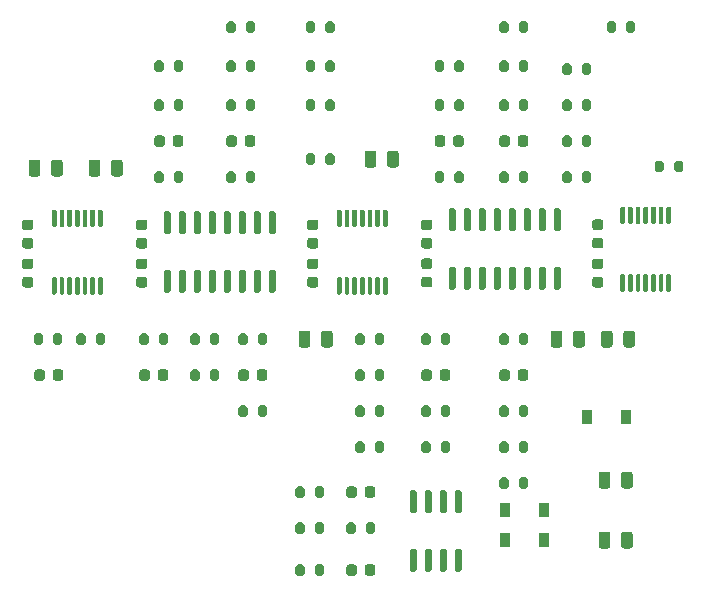
<source format=gtp>
G04 #@! TF.GenerationSoftware,KiCad,Pcbnew,5.1.12-84ad8e8a86~92~ubuntu20.04.1*
G04 #@! TF.CreationDate,2021-12-08T10:45:37-05:00*
G04 #@! TF.ProjectId,2164_phasor_plug_in_board,32313634-5f70-4686-9173-6f725f706c75,0.1*
G04 #@! TF.SameCoordinates,Original*
G04 #@! TF.FileFunction,Paste,Top*
G04 #@! TF.FilePolarity,Positive*
%FSLAX46Y46*%
G04 Gerber Fmt 4.6, Leading zero omitted, Abs format (unit mm)*
G04 Created by KiCad (PCBNEW 5.1.12-84ad8e8a86~92~ubuntu20.04.1) date 2021-12-08 10:45:37*
%MOMM*%
%LPD*%
G01*
G04 APERTURE LIST*
%ADD10R,0.900000X1.200000*%
G04 APERTURE END LIST*
D10*
X133350000Y-109220000D03*
X136650000Y-109220000D03*
X133350000Y-111760000D03*
X136650000Y-111760000D03*
G36*
G01*
X137645000Y-88622000D02*
X137945000Y-88622000D01*
G75*
G02*
X138095000Y-88772000I0J-150000D01*
G01*
X138095000Y-90422000D01*
G75*
G02*
X137945000Y-90572000I-150000J0D01*
G01*
X137645000Y-90572000D01*
G75*
G02*
X137495000Y-90422000I0J150000D01*
G01*
X137495000Y-88772000D01*
G75*
G02*
X137645000Y-88622000I150000J0D01*
G01*
G37*
G36*
G01*
X136375000Y-88622000D02*
X136675000Y-88622000D01*
G75*
G02*
X136825000Y-88772000I0J-150000D01*
G01*
X136825000Y-90422000D01*
G75*
G02*
X136675000Y-90572000I-150000J0D01*
G01*
X136375000Y-90572000D01*
G75*
G02*
X136225000Y-90422000I0J150000D01*
G01*
X136225000Y-88772000D01*
G75*
G02*
X136375000Y-88622000I150000J0D01*
G01*
G37*
G36*
G01*
X135105000Y-88622000D02*
X135405000Y-88622000D01*
G75*
G02*
X135555000Y-88772000I0J-150000D01*
G01*
X135555000Y-90422000D01*
G75*
G02*
X135405000Y-90572000I-150000J0D01*
G01*
X135105000Y-90572000D01*
G75*
G02*
X134955000Y-90422000I0J150000D01*
G01*
X134955000Y-88772000D01*
G75*
G02*
X135105000Y-88622000I150000J0D01*
G01*
G37*
G36*
G01*
X133835000Y-88622000D02*
X134135000Y-88622000D01*
G75*
G02*
X134285000Y-88772000I0J-150000D01*
G01*
X134285000Y-90422000D01*
G75*
G02*
X134135000Y-90572000I-150000J0D01*
G01*
X133835000Y-90572000D01*
G75*
G02*
X133685000Y-90422000I0J150000D01*
G01*
X133685000Y-88772000D01*
G75*
G02*
X133835000Y-88622000I150000J0D01*
G01*
G37*
G36*
G01*
X132565000Y-88622000D02*
X132865000Y-88622000D01*
G75*
G02*
X133015000Y-88772000I0J-150000D01*
G01*
X133015000Y-90422000D01*
G75*
G02*
X132865000Y-90572000I-150000J0D01*
G01*
X132565000Y-90572000D01*
G75*
G02*
X132415000Y-90422000I0J150000D01*
G01*
X132415000Y-88772000D01*
G75*
G02*
X132565000Y-88622000I150000J0D01*
G01*
G37*
G36*
G01*
X131295000Y-88622000D02*
X131595000Y-88622000D01*
G75*
G02*
X131745000Y-88772000I0J-150000D01*
G01*
X131745000Y-90422000D01*
G75*
G02*
X131595000Y-90572000I-150000J0D01*
G01*
X131295000Y-90572000D01*
G75*
G02*
X131145000Y-90422000I0J150000D01*
G01*
X131145000Y-88772000D01*
G75*
G02*
X131295000Y-88622000I150000J0D01*
G01*
G37*
G36*
G01*
X130025000Y-88622000D02*
X130325000Y-88622000D01*
G75*
G02*
X130475000Y-88772000I0J-150000D01*
G01*
X130475000Y-90422000D01*
G75*
G02*
X130325000Y-90572000I-150000J0D01*
G01*
X130025000Y-90572000D01*
G75*
G02*
X129875000Y-90422000I0J150000D01*
G01*
X129875000Y-88772000D01*
G75*
G02*
X130025000Y-88622000I150000J0D01*
G01*
G37*
G36*
G01*
X128755000Y-88622000D02*
X129055000Y-88622000D01*
G75*
G02*
X129205000Y-88772000I0J-150000D01*
G01*
X129205000Y-90422000D01*
G75*
G02*
X129055000Y-90572000I-150000J0D01*
G01*
X128755000Y-90572000D01*
G75*
G02*
X128605000Y-90422000I0J150000D01*
G01*
X128605000Y-88772000D01*
G75*
G02*
X128755000Y-88622000I150000J0D01*
G01*
G37*
G36*
G01*
X128755000Y-83672000D02*
X129055000Y-83672000D01*
G75*
G02*
X129205000Y-83822000I0J-150000D01*
G01*
X129205000Y-85472000D01*
G75*
G02*
X129055000Y-85622000I-150000J0D01*
G01*
X128755000Y-85622000D01*
G75*
G02*
X128605000Y-85472000I0J150000D01*
G01*
X128605000Y-83822000D01*
G75*
G02*
X128755000Y-83672000I150000J0D01*
G01*
G37*
G36*
G01*
X130025000Y-83672000D02*
X130325000Y-83672000D01*
G75*
G02*
X130475000Y-83822000I0J-150000D01*
G01*
X130475000Y-85472000D01*
G75*
G02*
X130325000Y-85622000I-150000J0D01*
G01*
X130025000Y-85622000D01*
G75*
G02*
X129875000Y-85472000I0J150000D01*
G01*
X129875000Y-83822000D01*
G75*
G02*
X130025000Y-83672000I150000J0D01*
G01*
G37*
G36*
G01*
X131295000Y-83672000D02*
X131595000Y-83672000D01*
G75*
G02*
X131745000Y-83822000I0J-150000D01*
G01*
X131745000Y-85472000D01*
G75*
G02*
X131595000Y-85622000I-150000J0D01*
G01*
X131295000Y-85622000D01*
G75*
G02*
X131145000Y-85472000I0J150000D01*
G01*
X131145000Y-83822000D01*
G75*
G02*
X131295000Y-83672000I150000J0D01*
G01*
G37*
G36*
G01*
X132565000Y-83672000D02*
X132865000Y-83672000D01*
G75*
G02*
X133015000Y-83822000I0J-150000D01*
G01*
X133015000Y-85472000D01*
G75*
G02*
X132865000Y-85622000I-150000J0D01*
G01*
X132565000Y-85622000D01*
G75*
G02*
X132415000Y-85472000I0J150000D01*
G01*
X132415000Y-83822000D01*
G75*
G02*
X132565000Y-83672000I150000J0D01*
G01*
G37*
G36*
G01*
X133835000Y-83672000D02*
X134135000Y-83672000D01*
G75*
G02*
X134285000Y-83822000I0J-150000D01*
G01*
X134285000Y-85472000D01*
G75*
G02*
X134135000Y-85622000I-150000J0D01*
G01*
X133835000Y-85622000D01*
G75*
G02*
X133685000Y-85472000I0J150000D01*
G01*
X133685000Y-83822000D01*
G75*
G02*
X133835000Y-83672000I150000J0D01*
G01*
G37*
G36*
G01*
X135105000Y-83672000D02*
X135405000Y-83672000D01*
G75*
G02*
X135555000Y-83822000I0J-150000D01*
G01*
X135555000Y-85472000D01*
G75*
G02*
X135405000Y-85622000I-150000J0D01*
G01*
X135105000Y-85622000D01*
G75*
G02*
X134955000Y-85472000I0J150000D01*
G01*
X134955000Y-83822000D01*
G75*
G02*
X135105000Y-83672000I150000J0D01*
G01*
G37*
G36*
G01*
X136375000Y-83672000D02*
X136675000Y-83672000D01*
G75*
G02*
X136825000Y-83822000I0J-150000D01*
G01*
X136825000Y-85472000D01*
G75*
G02*
X136675000Y-85622000I-150000J0D01*
G01*
X136375000Y-85622000D01*
G75*
G02*
X136225000Y-85472000I0J150000D01*
G01*
X136225000Y-83822000D01*
G75*
G02*
X136375000Y-83672000I150000J0D01*
G01*
G37*
G36*
G01*
X137645000Y-83672000D02*
X137945000Y-83672000D01*
G75*
G02*
X138095000Y-83822000I0J-150000D01*
G01*
X138095000Y-85472000D01*
G75*
G02*
X137945000Y-85622000I-150000J0D01*
G01*
X137645000Y-85622000D01*
G75*
G02*
X137495000Y-85472000I0J150000D01*
G01*
X137495000Y-83822000D01*
G75*
G02*
X137645000Y-83672000I150000J0D01*
G01*
G37*
G36*
G01*
X147138000Y-89247000D02*
X147338000Y-89247000D01*
G75*
G02*
X147438000Y-89347000I0J-100000D01*
G01*
X147438000Y-90622000D01*
G75*
G02*
X147338000Y-90722000I-100000J0D01*
G01*
X147138000Y-90722000D01*
G75*
G02*
X147038000Y-90622000I0J100000D01*
G01*
X147038000Y-89347000D01*
G75*
G02*
X147138000Y-89247000I100000J0D01*
G01*
G37*
G36*
G01*
X146488000Y-89247000D02*
X146688000Y-89247000D01*
G75*
G02*
X146788000Y-89347000I0J-100000D01*
G01*
X146788000Y-90622000D01*
G75*
G02*
X146688000Y-90722000I-100000J0D01*
G01*
X146488000Y-90722000D01*
G75*
G02*
X146388000Y-90622000I0J100000D01*
G01*
X146388000Y-89347000D01*
G75*
G02*
X146488000Y-89247000I100000J0D01*
G01*
G37*
G36*
G01*
X145838000Y-89247000D02*
X146038000Y-89247000D01*
G75*
G02*
X146138000Y-89347000I0J-100000D01*
G01*
X146138000Y-90622000D01*
G75*
G02*
X146038000Y-90722000I-100000J0D01*
G01*
X145838000Y-90722000D01*
G75*
G02*
X145738000Y-90622000I0J100000D01*
G01*
X145738000Y-89347000D01*
G75*
G02*
X145838000Y-89247000I100000J0D01*
G01*
G37*
G36*
G01*
X145188000Y-89247000D02*
X145388000Y-89247000D01*
G75*
G02*
X145488000Y-89347000I0J-100000D01*
G01*
X145488000Y-90622000D01*
G75*
G02*
X145388000Y-90722000I-100000J0D01*
G01*
X145188000Y-90722000D01*
G75*
G02*
X145088000Y-90622000I0J100000D01*
G01*
X145088000Y-89347000D01*
G75*
G02*
X145188000Y-89247000I100000J0D01*
G01*
G37*
G36*
G01*
X144538000Y-89247000D02*
X144738000Y-89247000D01*
G75*
G02*
X144838000Y-89347000I0J-100000D01*
G01*
X144838000Y-90622000D01*
G75*
G02*
X144738000Y-90722000I-100000J0D01*
G01*
X144538000Y-90722000D01*
G75*
G02*
X144438000Y-90622000I0J100000D01*
G01*
X144438000Y-89347000D01*
G75*
G02*
X144538000Y-89247000I100000J0D01*
G01*
G37*
G36*
G01*
X143888000Y-89247000D02*
X144088000Y-89247000D01*
G75*
G02*
X144188000Y-89347000I0J-100000D01*
G01*
X144188000Y-90622000D01*
G75*
G02*
X144088000Y-90722000I-100000J0D01*
G01*
X143888000Y-90722000D01*
G75*
G02*
X143788000Y-90622000I0J100000D01*
G01*
X143788000Y-89347000D01*
G75*
G02*
X143888000Y-89247000I100000J0D01*
G01*
G37*
G36*
G01*
X143238000Y-89247000D02*
X143438000Y-89247000D01*
G75*
G02*
X143538000Y-89347000I0J-100000D01*
G01*
X143538000Y-90622000D01*
G75*
G02*
X143438000Y-90722000I-100000J0D01*
G01*
X143238000Y-90722000D01*
G75*
G02*
X143138000Y-90622000I0J100000D01*
G01*
X143138000Y-89347000D01*
G75*
G02*
X143238000Y-89247000I100000J0D01*
G01*
G37*
G36*
G01*
X143238000Y-83522000D02*
X143438000Y-83522000D01*
G75*
G02*
X143538000Y-83622000I0J-100000D01*
G01*
X143538000Y-84897000D01*
G75*
G02*
X143438000Y-84997000I-100000J0D01*
G01*
X143238000Y-84997000D01*
G75*
G02*
X143138000Y-84897000I0J100000D01*
G01*
X143138000Y-83622000D01*
G75*
G02*
X143238000Y-83522000I100000J0D01*
G01*
G37*
G36*
G01*
X143888000Y-83522000D02*
X144088000Y-83522000D01*
G75*
G02*
X144188000Y-83622000I0J-100000D01*
G01*
X144188000Y-84897000D01*
G75*
G02*
X144088000Y-84997000I-100000J0D01*
G01*
X143888000Y-84997000D01*
G75*
G02*
X143788000Y-84897000I0J100000D01*
G01*
X143788000Y-83622000D01*
G75*
G02*
X143888000Y-83522000I100000J0D01*
G01*
G37*
G36*
G01*
X144538000Y-83522000D02*
X144738000Y-83522000D01*
G75*
G02*
X144838000Y-83622000I0J-100000D01*
G01*
X144838000Y-84897000D01*
G75*
G02*
X144738000Y-84997000I-100000J0D01*
G01*
X144538000Y-84997000D01*
G75*
G02*
X144438000Y-84897000I0J100000D01*
G01*
X144438000Y-83622000D01*
G75*
G02*
X144538000Y-83522000I100000J0D01*
G01*
G37*
G36*
G01*
X145188000Y-83522000D02*
X145388000Y-83522000D01*
G75*
G02*
X145488000Y-83622000I0J-100000D01*
G01*
X145488000Y-84897000D01*
G75*
G02*
X145388000Y-84997000I-100000J0D01*
G01*
X145188000Y-84997000D01*
G75*
G02*
X145088000Y-84897000I0J100000D01*
G01*
X145088000Y-83622000D01*
G75*
G02*
X145188000Y-83522000I100000J0D01*
G01*
G37*
G36*
G01*
X145838000Y-83522000D02*
X146038000Y-83522000D01*
G75*
G02*
X146138000Y-83622000I0J-100000D01*
G01*
X146138000Y-84897000D01*
G75*
G02*
X146038000Y-84997000I-100000J0D01*
G01*
X145838000Y-84997000D01*
G75*
G02*
X145738000Y-84897000I0J100000D01*
G01*
X145738000Y-83622000D01*
G75*
G02*
X145838000Y-83522000I100000J0D01*
G01*
G37*
G36*
G01*
X146488000Y-83522000D02*
X146688000Y-83522000D01*
G75*
G02*
X146788000Y-83622000I0J-100000D01*
G01*
X146788000Y-84897000D01*
G75*
G02*
X146688000Y-84997000I-100000J0D01*
G01*
X146488000Y-84997000D01*
G75*
G02*
X146388000Y-84897000I0J100000D01*
G01*
X146388000Y-83622000D01*
G75*
G02*
X146488000Y-83522000I100000J0D01*
G01*
G37*
G36*
G01*
X147138000Y-83522000D02*
X147338000Y-83522000D01*
G75*
G02*
X147438000Y-83622000I0J-100000D01*
G01*
X147438000Y-84897000D01*
G75*
G02*
X147338000Y-84997000I-100000J0D01*
G01*
X147138000Y-84997000D01*
G75*
G02*
X147038000Y-84897000I0J100000D01*
G01*
X147038000Y-83622000D01*
G75*
G02*
X147138000Y-83522000I100000J0D01*
G01*
G37*
G36*
G01*
X123135000Y-89501000D02*
X123335000Y-89501000D01*
G75*
G02*
X123435000Y-89601000I0J-100000D01*
G01*
X123435000Y-90876000D01*
G75*
G02*
X123335000Y-90976000I-100000J0D01*
G01*
X123135000Y-90976000D01*
G75*
G02*
X123035000Y-90876000I0J100000D01*
G01*
X123035000Y-89601000D01*
G75*
G02*
X123135000Y-89501000I100000J0D01*
G01*
G37*
G36*
G01*
X122485000Y-89501000D02*
X122685000Y-89501000D01*
G75*
G02*
X122785000Y-89601000I0J-100000D01*
G01*
X122785000Y-90876000D01*
G75*
G02*
X122685000Y-90976000I-100000J0D01*
G01*
X122485000Y-90976000D01*
G75*
G02*
X122385000Y-90876000I0J100000D01*
G01*
X122385000Y-89601000D01*
G75*
G02*
X122485000Y-89501000I100000J0D01*
G01*
G37*
G36*
G01*
X121835000Y-89501000D02*
X122035000Y-89501000D01*
G75*
G02*
X122135000Y-89601000I0J-100000D01*
G01*
X122135000Y-90876000D01*
G75*
G02*
X122035000Y-90976000I-100000J0D01*
G01*
X121835000Y-90976000D01*
G75*
G02*
X121735000Y-90876000I0J100000D01*
G01*
X121735000Y-89601000D01*
G75*
G02*
X121835000Y-89501000I100000J0D01*
G01*
G37*
G36*
G01*
X121185000Y-89501000D02*
X121385000Y-89501000D01*
G75*
G02*
X121485000Y-89601000I0J-100000D01*
G01*
X121485000Y-90876000D01*
G75*
G02*
X121385000Y-90976000I-100000J0D01*
G01*
X121185000Y-90976000D01*
G75*
G02*
X121085000Y-90876000I0J100000D01*
G01*
X121085000Y-89601000D01*
G75*
G02*
X121185000Y-89501000I100000J0D01*
G01*
G37*
G36*
G01*
X120535000Y-89501000D02*
X120735000Y-89501000D01*
G75*
G02*
X120835000Y-89601000I0J-100000D01*
G01*
X120835000Y-90876000D01*
G75*
G02*
X120735000Y-90976000I-100000J0D01*
G01*
X120535000Y-90976000D01*
G75*
G02*
X120435000Y-90876000I0J100000D01*
G01*
X120435000Y-89601000D01*
G75*
G02*
X120535000Y-89501000I100000J0D01*
G01*
G37*
G36*
G01*
X119885000Y-89501000D02*
X120085000Y-89501000D01*
G75*
G02*
X120185000Y-89601000I0J-100000D01*
G01*
X120185000Y-90876000D01*
G75*
G02*
X120085000Y-90976000I-100000J0D01*
G01*
X119885000Y-90976000D01*
G75*
G02*
X119785000Y-90876000I0J100000D01*
G01*
X119785000Y-89601000D01*
G75*
G02*
X119885000Y-89501000I100000J0D01*
G01*
G37*
G36*
G01*
X119235000Y-89501000D02*
X119435000Y-89501000D01*
G75*
G02*
X119535000Y-89601000I0J-100000D01*
G01*
X119535000Y-90876000D01*
G75*
G02*
X119435000Y-90976000I-100000J0D01*
G01*
X119235000Y-90976000D01*
G75*
G02*
X119135000Y-90876000I0J100000D01*
G01*
X119135000Y-89601000D01*
G75*
G02*
X119235000Y-89501000I100000J0D01*
G01*
G37*
G36*
G01*
X119235000Y-83776000D02*
X119435000Y-83776000D01*
G75*
G02*
X119535000Y-83876000I0J-100000D01*
G01*
X119535000Y-85151000D01*
G75*
G02*
X119435000Y-85251000I-100000J0D01*
G01*
X119235000Y-85251000D01*
G75*
G02*
X119135000Y-85151000I0J100000D01*
G01*
X119135000Y-83876000D01*
G75*
G02*
X119235000Y-83776000I100000J0D01*
G01*
G37*
G36*
G01*
X119885000Y-83776000D02*
X120085000Y-83776000D01*
G75*
G02*
X120185000Y-83876000I0J-100000D01*
G01*
X120185000Y-85151000D01*
G75*
G02*
X120085000Y-85251000I-100000J0D01*
G01*
X119885000Y-85251000D01*
G75*
G02*
X119785000Y-85151000I0J100000D01*
G01*
X119785000Y-83876000D01*
G75*
G02*
X119885000Y-83776000I100000J0D01*
G01*
G37*
G36*
G01*
X120535000Y-83776000D02*
X120735000Y-83776000D01*
G75*
G02*
X120835000Y-83876000I0J-100000D01*
G01*
X120835000Y-85151000D01*
G75*
G02*
X120735000Y-85251000I-100000J0D01*
G01*
X120535000Y-85251000D01*
G75*
G02*
X120435000Y-85151000I0J100000D01*
G01*
X120435000Y-83876000D01*
G75*
G02*
X120535000Y-83776000I100000J0D01*
G01*
G37*
G36*
G01*
X121185000Y-83776000D02*
X121385000Y-83776000D01*
G75*
G02*
X121485000Y-83876000I0J-100000D01*
G01*
X121485000Y-85151000D01*
G75*
G02*
X121385000Y-85251000I-100000J0D01*
G01*
X121185000Y-85251000D01*
G75*
G02*
X121085000Y-85151000I0J100000D01*
G01*
X121085000Y-83876000D01*
G75*
G02*
X121185000Y-83776000I100000J0D01*
G01*
G37*
G36*
G01*
X121835000Y-83776000D02*
X122035000Y-83776000D01*
G75*
G02*
X122135000Y-83876000I0J-100000D01*
G01*
X122135000Y-85151000D01*
G75*
G02*
X122035000Y-85251000I-100000J0D01*
G01*
X121835000Y-85251000D01*
G75*
G02*
X121735000Y-85151000I0J100000D01*
G01*
X121735000Y-83876000D01*
G75*
G02*
X121835000Y-83776000I100000J0D01*
G01*
G37*
G36*
G01*
X122485000Y-83776000D02*
X122685000Y-83776000D01*
G75*
G02*
X122785000Y-83876000I0J-100000D01*
G01*
X122785000Y-85151000D01*
G75*
G02*
X122685000Y-85251000I-100000J0D01*
G01*
X122485000Y-85251000D01*
G75*
G02*
X122385000Y-85151000I0J100000D01*
G01*
X122385000Y-83876000D01*
G75*
G02*
X122485000Y-83776000I100000J0D01*
G01*
G37*
G36*
G01*
X123135000Y-83776000D02*
X123335000Y-83776000D01*
G75*
G02*
X123435000Y-83876000I0J-100000D01*
G01*
X123435000Y-85151000D01*
G75*
G02*
X123335000Y-85251000I-100000J0D01*
G01*
X123135000Y-85251000D01*
G75*
G02*
X123035000Y-85151000I0J100000D01*
G01*
X123035000Y-83876000D01*
G75*
G02*
X123135000Y-83776000I100000J0D01*
G01*
G37*
G36*
G01*
X99005000Y-89501000D02*
X99205000Y-89501000D01*
G75*
G02*
X99305000Y-89601000I0J-100000D01*
G01*
X99305000Y-90876000D01*
G75*
G02*
X99205000Y-90976000I-100000J0D01*
G01*
X99005000Y-90976000D01*
G75*
G02*
X98905000Y-90876000I0J100000D01*
G01*
X98905000Y-89601000D01*
G75*
G02*
X99005000Y-89501000I100000J0D01*
G01*
G37*
G36*
G01*
X98355000Y-89501000D02*
X98555000Y-89501000D01*
G75*
G02*
X98655000Y-89601000I0J-100000D01*
G01*
X98655000Y-90876000D01*
G75*
G02*
X98555000Y-90976000I-100000J0D01*
G01*
X98355000Y-90976000D01*
G75*
G02*
X98255000Y-90876000I0J100000D01*
G01*
X98255000Y-89601000D01*
G75*
G02*
X98355000Y-89501000I100000J0D01*
G01*
G37*
G36*
G01*
X97705000Y-89501000D02*
X97905000Y-89501000D01*
G75*
G02*
X98005000Y-89601000I0J-100000D01*
G01*
X98005000Y-90876000D01*
G75*
G02*
X97905000Y-90976000I-100000J0D01*
G01*
X97705000Y-90976000D01*
G75*
G02*
X97605000Y-90876000I0J100000D01*
G01*
X97605000Y-89601000D01*
G75*
G02*
X97705000Y-89501000I100000J0D01*
G01*
G37*
G36*
G01*
X97055000Y-89501000D02*
X97255000Y-89501000D01*
G75*
G02*
X97355000Y-89601000I0J-100000D01*
G01*
X97355000Y-90876000D01*
G75*
G02*
X97255000Y-90976000I-100000J0D01*
G01*
X97055000Y-90976000D01*
G75*
G02*
X96955000Y-90876000I0J100000D01*
G01*
X96955000Y-89601000D01*
G75*
G02*
X97055000Y-89501000I100000J0D01*
G01*
G37*
G36*
G01*
X96405000Y-89501000D02*
X96605000Y-89501000D01*
G75*
G02*
X96705000Y-89601000I0J-100000D01*
G01*
X96705000Y-90876000D01*
G75*
G02*
X96605000Y-90976000I-100000J0D01*
G01*
X96405000Y-90976000D01*
G75*
G02*
X96305000Y-90876000I0J100000D01*
G01*
X96305000Y-89601000D01*
G75*
G02*
X96405000Y-89501000I100000J0D01*
G01*
G37*
G36*
G01*
X95755000Y-89501000D02*
X95955000Y-89501000D01*
G75*
G02*
X96055000Y-89601000I0J-100000D01*
G01*
X96055000Y-90876000D01*
G75*
G02*
X95955000Y-90976000I-100000J0D01*
G01*
X95755000Y-90976000D01*
G75*
G02*
X95655000Y-90876000I0J100000D01*
G01*
X95655000Y-89601000D01*
G75*
G02*
X95755000Y-89501000I100000J0D01*
G01*
G37*
G36*
G01*
X95105000Y-89501000D02*
X95305000Y-89501000D01*
G75*
G02*
X95405000Y-89601000I0J-100000D01*
G01*
X95405000Y-90876000D01*
G75*
G02*
X95305000Y-90976000I-100000J0D01*
G01*
X95105000Y-90976000D01*
G75*
G02*
X95005000Y-90876000I0J100000D01*
G01*
X95005000Y-89601000D01*
G75*
G02*
X95105000Y-89501000I100000J0D01*
G01*
G37*
G36*
G01*
X95105000Y-83776000D02*
X95305000Y-83776000D01*
G75*
G02*
X95405000Y-83876000I0J-100000D01*
G01*
X95405000Y-85151000D01*
G75*
G02*
X95305000Y-85251000I-100000J0D01*
G01*
X95105000Y-85251000D01*
G75*
G02*
X95005000Y-85151000I0J100000D01*
G01*
X95005000Y-83876000D01*
G75*
G02*
X95105000Y-83776000I100000J0D01*
G01*
G37*
G36*
G01*
X95755000Y-83776000D02*
X95955000Y-83776000D01*
G75*
G02*
X96055000Y-83876000I0J-100000D01*
G01*
X96055000Y-85151000D01*
G75*
G02*
X95955000Y-85251000I-100000J0D01*
G01*
X95755000Y-85251000D01*
G75*
G02*
X95655000Y-85151000I0J100000D01*
G01*
X95655000Y-83876000D01*
G75*
G02*
X95755000Y-83776000I100000J0D01*
G01*
G37*
G36*
G01*
X96405000Y-83776000D02*
X96605000Y-83776000D01*
G75*
G02*
X96705000Y-83876000I0J-100000D01*
G01*
X96705000Y-85151000D01*
G75*
G02*
X96605000Y-85251000I-100000J0D01*
G01*
X96405000Y-85251000D01*
G75*
G02*
X96305000Y-85151000I0J100000D01*
G01*
X96305000Y-83876000D01*
G75*
G02*
X96405000Y-83776000I100000J0D01*
G01*
G37*
G36*
G01*
X97055000Y-83776000D02*
X97255000Y-83776000D01*
G75*
G02*
X97355000Y-83876000I0J-100000D01*
G01*
X97355000Y-85151000D01*
G75*
G02*
X97255000Y-85251000I-100000J0D01*
G01*
X97055000Y-85251000D01*
G75*
G02*
X96955000Y-85151000I0J100000D01*
G01*
X96955000Y-83876000D01*
G75*
G02*
X97055000Y-83776000I100000J0D01*
G01*
G37*
G36*
G01*
X97705000Y-83776000D02*
X97905000Y-83776000D01*
G75*
G02*
X98005000Y-83876000I0J-100000D01*
G01*
X98005000Y-85151000D01*
G75*
G02*
X97905000Y-85251000I-100000J0D01*
G01*
X97705000Y-85251000D01*
G75*
G02*
X97605000Y-85151000I0J100000D01*
G01*
X97605000Y-83876000D01*
G75*
G02*
X97705000Y-83776000I100000J0D01*
G01*
G37*
G36*
G01*
X98355000Y-83776000D02*
X98555000Y-83776000D01*
G75*
G02*
X98655000Y-83876000I0J-100000D01*
G01*
X98655000Y-85151000D01*
G75*
G02*
X98555000Y-85251000I-100000J0D01*
G01*
X98355000Y-85251000D01*
G75*
G02*
X98255000Y-85151000I0J100000D01*
G01*
X98255000Y-83876000D01*
G75*
G02*
X98355000Y-83776000I100000J0D01*
G01*
G37*
G36*
G01*
X99005000Y-83776000D02*
X99205000Y-83776000D01*
G75*
G02*
X99305000Y-83876000I0J-100000D01*
G01*
X99305000Y-85151000D01*
G75*
G02*
X99205000Y-85251000I-100000J0D01*
G01*
X99005000Y-85251000D01*
G75*
G02*
X98905000Y-85151000I0J100000D01*
G01*
X98905000Y-83876000D01*
G75*
G02*
X99005000Y-83776000I100000J0D01*
G01*
G37*
G36*
G01*
X121583000Y-111019000D02*
X121583000Y-110469000D01*
G75*
G02*
X121783000Y-110269000I200000J0D01*
G01*
X122183000Y-110269000D01*
G75*
G02*
X122383000Y-110469000I0J-200000D01*
G01*
X122383000Y-111019000D01*
G75*
G02*
X122183000Y-111219000I-200000J0D01*
G01*
X121783000Y-111219000D01*
G75*
G02*
X121583000Y-111019000I0J200000D01*
G01*
G37*
G36*
G01*
X119933000Y-111019000D02*
X119933000Y-110469000D01*
G75*
G02*
X120133000Y-110269000I200000J0D01*
G01*
X120533000Y-110269000D01*
G75*
G02*
X120733000Y-110469000I0J-200000D01*
G01*
X120733000Y-111019000D01*
G75*
G02*
X120533000Y-111219000I-200000J0D01*
G01*
X120133000Y-111219000D01*
G75*
G02*
X119933000Y-111019000I0J200000D01*
G01*
G37*
G36*
G01*
X116415000Y-110469000D02*
X116415000Y-111019000D01*
G75*
G02*
X116215000Y-111219000I-200000J0D01*
G01*
X115815000Y-111219000D01*
G75*
G02*
X115615000Y-111019000I0J200000D01*
G01*
X115615000Y-110469000D01*
G75*
G02*
X115815000Y-110269000I200000J0D01*
G01*
X116215000Y-110269000D01*
G75*
G02*
X116415000Y-110469000I0J-200000D01*
G01*
G37*
G36*
G01*
X118065000Y-110469000D02*
X118065000Y-111019000D01*
G75*
G02*
X117865000Y-111219000I-200000J0D01*
G01*
X117465000Y-111219000D01*
G75*
G02*
X117265000Y-111019000I0J200000D01*
G01*
X117265000Y-110469000D01*
G75*
G02*
X117465000Y-110269000I200000J0D01*
G01*
X117865000Y-110269000D01*
G75*
G02*
X118065000Y-110469000I0J-200000D01*
G01*
G37*
G36*
G01*
X116415000Y-107421000D02*
X116415000Y-107971000D01*
G75*
G02*
X116215000Y-108171000I-200000J0D01*
G01*
X115815000Y-108171000D01*
G75*
G02*
X115615000Y-107971000I0J200000D01*
G01*
X115615000Y-107421000D01*
G75*
G02*
X115815000Y-107221000I200000J0D01*
G01*
X116215000Y-107221000D01*
G75*
G02*
X116415000Y-107421000I0J-200000D01*
G01*
G37*
G36*
G01*
X118065000Y-107421000D02*
X118065000Y-107971000D01*
G75*
G02*
X117865000Y-108171000I-200000J0D01*
G01*
X117465000Y-108171000D01*
G75*
G02*
X117265000Y-107971000I0J200000D01*
G01*
X117265000Y-107421000D01*
G75*
G02*
X117465000Y-107221000I200000J0D01*
G01*
X117865000Y-107221000D01*
G75*
G02*
X118065000Y-107421000I0J-200000D01*
G01*
G37*
G36*
G01*
X116415000Y-114025000D02*
X116415000Y-114575000D01*
G75*
G02*
X116215000Y-114775000I-200000J0D01*
G01*
X115815000Y-114775000D01*
G75*
G02*
X115615000Y-114575000I0J200000D01*
G01*
X115615000Y-114025000D01*
G75*
G02*
X115815000Y-113825000I200000J0D01*
G01*
X116215000Y-113825000D01*
G75*
G02*
X116415000Y-114025000I0J-200000D01*
G01*
G37*
G36*
G01*
X118065000Y-114025000D02*
X118065000Y-114575000D01*
G75*
G02*
X117865000Y-114775000I-200000J0D01*
G01*
X117465000Y-114775000D01*
G75*
G02*
X117265000Y-114575000I0J200000D01*
G01*
X117265000Y-114025000D01*
G75*
G02*
X117465000Y-113825000I200000J0D01*
G01*
X117865000Y-113825000D01*
G75*
G02*
X118065000Y-114025000I0J-200000D01*
G01*
G37*
G36*
G01*
X108375000Y-98065000D02*
X108375000Y-97515000D01*
G75*
G02*
X108575000Y-97315000I200000J0D01*
G01*
X108975000Y-97315000D01*
G75*
G02*
X109175000Y-97515000I0J-200000D01*
G01*
X109175000Y-98065000D01*
G75*
G02*
X108975000Y-98265000I-200000J0D01*
G01*
X108575000Y-98265000D01*
G75*
G02*
X108375000Y-98065000I0J200000D01*
G01*
G37*
G36*
G01*
X106725000Y-98065000D02*
X106725000Y-97515000D01*
G75*
G02*
X106925000Y-97315000I200000J0D01*
G01*
X107325000Y-97315000D01*
G75*
G02*
X107525000Y-97515000I0J-200000D01*
G01*
X107525000Y-98065000D01*
G75*
G02*
X107325000Y-98265000I-200000J0D01*
G01*
X106925000Y-98265000D01*
G75*
G02*
X106725000Y-98065000I0J200000D01*
G01*
G37*
G36*
G01*
X103207000Y-94467000D02*
X103207000Y-95017000D01*
G75*
G02*
X103007000Y-95217000I-200000J0D01*
G01*
X102607000Y-95217000D01*
G75*
G02*
X102407000Y-95017000I0J200000D01*
G01*
X102407000Y-94467000D01*
G75*
G02*
X102607000Y-94267000I200000J0D01*
G01*
X103007000Y-94267000D01*
G75*
G02*
X103207000Y-94467000I0J-200000D01*
G01*
G37*
G36*
G01*
X104857000Y-94467000D02*
X104857000Y-95017000D01*
G75*
G02*
X104657000Y-95217000I-200000J0D01*
G01*
X104257000Y-95217000D01*
G75*
G02*
X104057000Y-95017000I0J200000D01*
G01*
X104057000Y-94467000D01*
G75*
G02*
X104257000Y-94267000I200000J0D01*
G01*
X104657000Y-94267000D01*
G75*
G02*
X104857000Y-94467000I0J-200000D01*
G01*
G37*
G36*
G01*
X112439000Y-101113000D02*
X112439000Y-100563000D01*
G75*
G02*
X112639000Y-100363000I200000J0D01*
G01*
X113039000Y-100363000D01*
G75*
G02*
X113239000Y-100563000I0J-200000D01*
G01*
X113239000Y-101113000D01*
G75*
G02*
X113039000Y-101313000I-200000J0D01*
G01*
X112639000Y-101313000D01*
G75*
G02*
X112439000Y-101113000I0J200000D01*
G01*
G37*
G36*
G01*
X110789000Y-101113000D02*
X110789000Y-100563000D01*
G75*
G02*
X110989000Y-100363000I200000J0D01*
G01*
X111389000Y-100363000D01*
G75*
G02*
X111589000Y-100563000I0J-200000D01*
G01*
X111589000Y-101113000D01*
G75*
G02*
X111389000Y-101313000I-200000J0D01*
G01*
X110989000Y-101313000D01*
G75*
G02*
X110789000Y-101113000I0J200000D01*
G01*
G37*
G36*
G01*
X112439000Y-95017000D02*
X112439000Y-94467000D01*
G75*
G02*
X112639000Y-94267000I200000J0D01*
G01*
X113039000Y-94267000D01*
G75*
G02*
X113239000Y-94467000I0J-200000D01*
G01*
X113239000Y-95017000D01*
G75*
G02*
X113039000Y-95217000I-200000J0D01*
G01*
X112639000Y-95217000D01*
G75*
G02*
X112439000Y-95017000I0J200000D01*
G01*
G37*
G36*
G01*
X110789000Y-95017000D02*
X110789000Y-94467000D01*
G75*
G02*
X110989000Y-94267000I200000J0D01*
G01*
X111389000Y-94267000D01*
G75*
G02*
X111589000Y-94467000I0J-200000D01*
G01*
X111589000Y-95017000D01*
G75*
G02*
X111389000Y-95217000I-200000J0D01*
G01*
X110989000Y-95217000D01*
G75*
G02*
X110789000Y-95017000I0J200000D01*
G01*
G37*
G36*
G01*
X108375000Y-95017000D02*
X108375000Y-94467000D01*
G75*
G02*
X108575000Y-94267000I200000J0D01*
G01*
X108975000Y-94267000D01*
G75*
G02*
X109175000Y-94467000I0J-200000D01*
G01*
X109175000Y-95017000D01*
G75*
G02*
X108975000Y-95217000I-200000J0D01*
G01*
X108575000Y-95217000D01*
G75*
G02*
X108375000Y-95017000I0J200000D01*
G01*
G37*
G36*
G01*
X106725000Y-95017000D02*
X106725000Y-94467000D01*
G75*
G02*
X106925000Y-94267000I200000J0D01*
G01*
X107325000Y-94267000D01*
G75*
G02*
X107525000Y-94467000I0J-200000D01*
G01*
X107525000Y-95017000D01*
G75*
G02*
X107325000Y-95217000I-200000J0D01*
G01*
X106925000Y-95217000D01*
G75*
G02*
X106725000Y-95017000I0J200000D01*
G01*
G37*
G36*
G01*
X139871000Y-81301000D02*
X139871000Y-80751000D01*
G75*
G02*
X140071000Y-80551000I200000J0D01*
G01*
X140471000Y-80551000D01*
G75*
G02*
X140671000Y-80751000I0J-200000D01*
G01*
X140671000Y-81301000D01*
G75*
G02*
X140471000Y-81501000I-200000J0D01*
G01*
X140071000Y-81501000D01*
G75*
G02*
X139871000Y-81301000I0J200000D01*
G01*
G37*
G36*
G01*
X138221000Y-81301000D02*
X138221000Y-80751000D01*
G75*
G02*
X138421000Y-80551000I200000J0D01*
G01*
X138821000Y-80551000D01*
G75*
G02*
X139021000Y-80751000I0J-200000D01*
G01*
X139021000Y-81301000D01*
G75*
G02*
X138821000Y-81501000I-200000J0D01*
G01*
X138421000Y-81501000D01*
G75*
G02*
X138221000Y-81301000I0J200000D01*
G01*
G37*
G36*
G01*
X121495000Y-94467000D02*
X121495000Y-95017000D01*
G75*
G02*
X121295000Y-95217000I-200000J0D01*
G01*
X120895000Y-95217000D01*
G75*
G02*
X120695000Y-95017000I0J200000D01*
G01*
X120695000Y-94467000D01*
G75*
G02*
X120895000Y-94267000I200000J0D01*
G01*
X121295000Y-94267000D01*
G75*
G02*
X121495000Y-94467000I0J-200000D01*
G01*
G37*
G36*
G01*
X123145000Y-94467000D02*
X123145000Y-95017000D01*
G75*
G02*
X122945000Y-95217000I-200000J0D01*
G01*
X122545000Y-95217000D01*
G75*
G02*
X122345000Y-95017000I0J200000D01*
G01*
X122345000Y-94467000D01*
G75*
G02*
X122545000Y-94267000I200000J0D01*
G01*
X122945000Y-94267000D01*
G75*
G02*
X123145000Y-94467000I0J-200000D01*
G01*
G37*
G36*
G01*
X118154000Y-79777000D02*
X118154000Y-79227000D01*
G75*
G02*
X118354000Y-79027000I200000J0D01*
G01*
X118754000Y-79027000D01*
G75*
G02*
X118954000Y-79227000I0J-200000D01*
G01*
X118954000Y-79777000D01*
G75*
G02*
X118754000Y-79977000I-200000J0D01*
G01*
X118354000Y-79977000D01*
G75*
G02*
X118154000Y-79777000I0J200000D01*
G01*
G37*
G36*
G01*
X116504000Y-79777000D02*
X116504000Y-79227000D01*
G75*
G02*
X116704000Y-79027000I200000J0D01*
G01*
X117104000Y-79027000D01*
G75*
G02*
X117304000Y-79227000I0J-200000D01*
G01*
X117304000Y-79777000D01*
G75*
G02*
X117104000Y-79977000I-200000J0D01*
G01*
X116704000Y-79977000D01*
G75*
G02*
X116504000Y-79777000I0J200000D01*
G01*
G37*
G36*
G01*
X139021000Y-74655000D02*
X139021000Y-75205000D01*
G75*
G02*
X138821000Y-75405000I-200000J0D01*
G01*
X138421000Y-75405000D01*
G75*
G02*
X138221000Y-75205000I0J200000D01*
G01*
X138221000Y-74655000D01*
G75*
G02*
X138421000Y-74455000I200000J0D01*
G01*
X138821000Y-74455000D01*
G75*
G02*
X139021000Y-74655000I0J-200000D01*
G01*
G37*
G36*
G01*
X140671000Y-74655000D02*
X140671000Y-75205000D01*
G75*
G02*
X140471000Y-75405000I-200000J0D01*
G01*
X140071000Y-75405000D01*
G75*
G02*
X139871000Y-75205000I0J200000D01*
G01*
X139871000Y-74655000D01*
G75*
G02*
X140071000Y-74455000I200000J0D01*
G01*
X140471000Y-74455000D01*
G75*
G02*
X140671000Y-74655000I0J-200000D01*
G01*
G37*
G36*
G01*
X139021000Y-71607000D02*
X139021000Y-72157000D01*
G75*
G02*
X138821000Y-72357000I-200000J0D01*
G01*
X138421000Y-72357000D01*
G75*
G02*
X138221000Y-72157000I0J200000D01*
G01*
X138221000Y-71607000D01*
G75*
G02*
X138421000Y-71407000I200000J0D01*
G01*
X138821000Y-71407000D01*
G75*
G02*
X139021000Y-71607000I0J-200000D01*
G01*
G37*
G36*
G01*
X140671000Y-71607000D02*
X140671000Y-72157000D01*
G75*
G02*
X140471000Y-72357000I-200000J0D01*
G01*
X140071000Y-72357000D01*
G75*
G02*
X139871000Y-72157000I0J200000D01*
G01*
X139871000Y-71607000D01*
G75*
G02*
X140071000Y-71407000I200000J0D01*
G01*
X140471000Y-71407000D01*
G75*
G02*
X140671000Y-71607000I0J-200000D01*
G01*
G37*
G36*
G01*
X139021000Y-77703000D02*
X139021000Y-78253000D01*
G75*
G02*
X138821000Y-78453000I-200000J0D01*
G01*
X138421000Y-78453000D01*
G75*
G02*
X138221000Y-78253000I0J200000D01*
G01*
X138221000Y-77703000D01*
G75*
G02*
X138421000Y-77503000I200000J0D01*
G01*
X138821000Y-77503000D01*
G75*
G02*
X139021000Y-77703000I0J-200000D01*
G01*
G37*
G36*
G01*
X140671000Y-77703000D02*
X140671000Y-78253000D01*
G75*
G02*
X140471000Y-78453000I-200000J0D01*
G01*
X140071000Y-78453000D01*
G75*
G02*
X139871000Y-78253000I0J200000D01*
G01*
X139871000Y-77703000D01*
G75*
G02*
X140071000Y-77503000I200000J0D01*
G01*
X140471000Y-77503000D01*
G75*
G02*
X140671000Y-77703000I0J-200000D01*
G01*
G37*
G36*
G01*
X121495000Y-103611000D02*
X121495000Y-104161000D01*
G75*
G02*
X121295000Y-104361000I-200000J0D01*
G01*
X120895000Y-104361000D01*
G75*
G02*
X120695000Y-104161000I0J200000D01*
G01*
X120695000Y-103611000D01*
G75*
G02*
X120895000Y-103411000I200000J0D01*
G01*
X121295000Y-103411000D01*
G75*
G02*
X121495000Y-103611000I0J-200000D01*
G01*
G37*
G36*
G01*
X123145000Y-103611000D02*
X123145000Y-104161000D01*
G75*
G02*
X122945000Y-104361000I-200000J0D01*
G01*
X122545000Y-104361000D01*
G75*
G02*
X122345000Y-104161000I0J200000D01*
G01*
X122345000Y-103611000D01*
G75*
G02*
X122545000Y-103411000I200000J0D01*
G01*
X122945000Y-103411000D01*
G75*
G02*
X123145000Y-103611000I0J-200000D01*
G01*
G37*
G36*
G01*
X121495000Y-100563000D02*
X121495000Y-101113000D01*
G75*
G02*
X121295000Y-101313000I-200000J0D01*
G01*
X120895000Y-101313000D01*
G75*
G02*
X120695000Y-101113000I0J200000D01*
G01*
X120695000Y-100563000D01*
G75*
G02*
X120895000Y-100363000I200000J0D01*
G01*
X121295000Y-100363000D01*
G75*
G02*
X121495000Y-100563000I0J-200000D01*
G01*
G37*
G36*
G01*
X123145000Y-100563000D02*
X123145000Y-101113000D01*
G75*
G02*
X122945000Y-101313000I-200000J0D01*
G01*
X122545000Y-101313000D01*
G75*
G02*
X122345000Y-101113000I0J200000D01*
G01*
X122345000Y-100563000D01*
G75*
G02*
X122545000Y-100363000I200000J0D01*
G01*
X122945000Y-100363000D01*
G75*
G02*
X123145000Y-100563000I0J-200000D01*
G01*
G37*
G36*
G01*
X122345000Y-98065000D02*
X122345000Y-97515000D01*
G75*
G02*
X122545000Y-97315000I200000J0D01*
G01*
X122945000Y-97315000D01*
G75*
G02*
X123145000Y-97515000I0J-200000D01*
G01*
X123145000Y-98065000D01*
G75*
G02*
X122945000Y-98265000I-200000J0D01*
G01*
X122545000Y-98265000D01*
G75*
G02*
X122345000Y-98065000I0J200000D01*
G01*
G37*
G36*
G01*
X120695000Y-98065000D02*
X120695000Y-97515000D01*
G75*
G02*
X120895000Y-97315000I200000J0D01*
G01*
X121295000Y-97315000D01*
G75*
G02*
X121495000Y-97515000I0J-200000D01*
G01*
X121495000Y-98065000D01*
G75*
G02*
X121295000Y-98265000I-200000J0D01*
G01*
X120895000Y-98265000D01*
G75*
G02*
X120695000Y-98065000I0J200000D01*
G01*
G37*
G36*
G01*
X117304000Y-74655000D02*
X117304000Y-75205000D01*
G75*
G02*
X117104000Y-75405000I-200000J0D01*
G01*
X116704000Y-75405000D01*
G75*
G02*
X116504000Y-75205000I0J200000D01*
G01*
X116504000Y-74655000D01*
G75*
G02*
X116704000Y-74455000I200000J0D01*
G01*
X117104000Y-74455000D01*
G75*
G02*
X117304000Y-74655000I0J-200000D01*
G01*
G37*
G36*
G01*
X118954000Y-74655000D02*
X118954000Y-75205000D01*
G75*
G02*
X118754000Y-75405000I-200000J0D01*
G01*
X118354000Y-75405000D01*
G75*
G02*
X118154000Y-75205000I0J200000D01*
G01*
X118154000Y-74655000D01*
G75*
G02*
X118354000Y-74455000I200000J0D01*
G01*
X118754000Y-74455000D01*
G75*
G02*
X118954000Y-74655000I0J-200000D01*
G01*
G37*
G36*
G01*
X117304000Y-68051000D02*
X117304000Y-68601000D01*
G75*
G02*
X117104000Y-68801000I-200000J0D01*
G01*
X116704000Y-68801000D01*
G75*
G02*
X116504000Y-68601000I0J200000D01*
G01*
X116504000Y-68051000D01*
G75*
G02*
X116704000Y-67851000I200000J0D01*
G01*
X117104000Y-67851000D01*
G75*
G02*
X117304000Y-68051000I0J-200000D01*
G01*
G37*
G36*
G01*
X118954000Y-68051000D02*
X118954000Y-68601000D01*
G75*
G02*
X118754000Y-68801000I-200000J0D01*
G01*
X118354000Y-68801000D01*
G75*
G02*
X118154000Y-68601000I0J200000D01*
G01*
X118154000Y-68051000D01*
G75*
G02*
X118354000Y-67851000I200000J0D01*
G01*
X118754000Y-67851000D01*
G75*
G02*
X118954000Y-68051000I0J-200000D01*
G01*
G37*
G36*
G01*
X117304000Y-71353000D02*
X117304000Y-71903000D01*
G75*
G02*
X117104000Y-72103000I-200000J0D01*
G01*
X116704000Y-72103000D01*
G75*
G02*
X116504000Y-71903000I0J200000D01*
G01*
X116504000Y-71353000D01*
G75*
G02*
X116704000Y-71153000I200000J0D01*
G01*
X117104000Y-71153000D01*
G75*
G02*
X117304000Y-71353000I0J-200000D01*
G01*
G37*
G36*
G01*
X118954000Y-71353000D02*
X118954000Y-71903000D01*
G75*
G02*
X118754000Y-72103000I-200000J0D01*
G01*
X118354000Y-72103000D01*
G75*
G02*
X118154000Y-71903000I0J200000D01*
G01*
X118154000Y-71353000D01*
G75*
G02*
X118354000Y-71153000I200000J0D01*
G01*
X118754000Y-71153000D01*
G75*
G02*
X118954000Y-71353000I0J-200000D01*
G01*
G37*
G36*
G01*
X133687000Y-106659000D02*
X133687000Y-107209000D01*
G75*
G02*
X133487000Y-107409000I-200000J0D01*
G01*
X133087000Y-107409000D01*
G75*
G02*
X132887000Y-107209000I0J200000D01*
G01*
X132887000Y-106659000D01*
G75*
G02*
X133087000Y-106459000I200000J0D01*
G01*
X133487000Y-106459000D01*
G75*
G02*
X133687000Y-106659000I0J-200000D01*
G01*
G37*
G36*
G01*
X135337000Y-106659000D02*
X135337000Y-107209000D01*
G75*
G02*
X135137000Y-107409000I-200000J0D01*
G01*
X134737000Y-107409000D01*
G75*
G02*
X134537000Y-107209000I0J200000D01*
G01*
X134537000Y-106659000D01*
G75*
G02*
X134737000Y-106459000I200000J0D01*
G01*
X135137000Y-106459000D01*
G75*
G02*
X135337000Y-106659000I0J-200000D01*
G01*
G37*
G36*
G01*
X134537000Y-68601000D02*
X134537000Y-68051000D01*
G75*
G02*
X134737000Y-67851000I200000J0D01*
G01*
X135137000Y-67851000D01*
G75*
G02*
X135337000Y-68051000I0J-200000D01*
G01*
X135337000Y-68601000D01*
G75*
G02*
X135137000Y-68801000I-200000J0D01*
G01*
X134737000Y-68801000D01*
G75*
G02*
X134537000Y-68601000I0J200000D01*
G01*
G37*
G36*
G01*
X132887000Y-68601000D02*
X132887000Y-68051000D01*
G75*
G02*
X133087000Y-67851000I200000J0D01*
G01*
X133487000Y-67851000D01*
G75*
G02*
X133687000Y-68051000I0J-200000D01*
G01*
X133687000Y-68601000D01*
G75*
G02*
X133487000Y-68801000I-200000J0D01*
G01*
X133087000Y-68801000D01*
G75*
G02*
X132887000Y-68601000I0J200000D01*
G01*
G37*
G36*
G01*
X111423000Y-68601000D02*
X111423000Y-68051000D01*
G75*
G02*
X111623000Y-67851000I200000J0D01*
G01*
X112023000Y-67851000D01*
G75*
G02*
X112223000Y-68051000I0J-200000D01*
G01*
X112223000Y-68601000D01*
G75*
G02*
X112023000Y-68801000I-200000J0D01*
G01*
X111623000Y-68801000D01*
G75*
G02*
X111423000Y-68601000I0J200000D01*
G01*
G37*
G36*
G01*
X109773000Y-68601000D02*
X109773000Y-68051000D01*
G75*
G02*
X109973000Y-67851000I200000J0D01*
G01*
X110373000Y-67851000D01*
G75*
G02*
X110573000Y-68051000I0J-200000D01*
G01*
X110573000Y-68601000D01*
G75*
G02*
X110373000Y-68801000I-200000J0D01*
G01*
X109973000Y-68801000D01*
G75*
G02*
X109773000Y-68601000I0J200000D01*
G01*
G37*
G36*
G01*
X134537000Y-95017000D02*
X134537000Y-94467000D01*
G75*
G02*
X134737000Y-94267000I200000J0D01*
G01*
X135137000Y-94267000D01*
G75*
G02*
X135337000Y-94467000I0J-200000D01*
G01*
X135337000Y-95017000D01*
G75*
G02*
X135137000Y-95217000I-200000J0D01*
G01*
X134737000Y-95217000D01*
G75*
G02*
X134537000Y-95017000I0J200000D01*
G01*
G37*
G36*
G01*
X132887000Y-95017000D02*
X132887000Y-94467000D01*
G75*
G02*
X133087000Y-94267000I200000J0D01*
G01*
X133487000Y-94267000D01*
G75*
G02*
X133687000Y-94467000I0J-200000D01*
G01*
X133687000Y-95017000D01*
G75*
G02*
X133487000Y-95217000I-200000J0D01*
G01*
X133087000Y-95217000D01*
G75*
G02*
X132887000Y-95017000I0J200000D01*
G01*
G37*
G36*
G01*
X133687000Y-80751000D02*
X133687000Y-81301000D01*
G75*
G02*
X133487000Y-81501000I-200000J0D01*
G01*
X133087000Y-81501000D01*
G75*
G02*
X132887000Y-81301000I0J200000D01*
G01*
X132887000Y-80751000D01*
G75*
G02*
X133087000Y-80551000I200000J0D01*
G01*
X133487000Y-80551000D01*
G75*
G02*
X133687000Y-80751000I0J-200000D01*
G01*
G37*
G36*
G01*
X135337000Y-80751000D02*
X135337000Y-81301000D01*
G75*
G02*
X135137000Y-81501000I-200000J0D01*
G01*
X134737000Y-81501000D01*
G75*
G02*
X134537000Y-81301000I0J200000D01*
G01*
X134537000Y-80751000D01*
G75*
G02*
X134737000Y-80551000I200000J0D01*
G01*
X135137000Y-80551000D01*
G75*
G02*
X135337000Y-80751000I0J-200000D01*
G01*
G37*
G36*
G01*
X110573000Y-80751000D02*
X110573000Y-81301000D01*
G75*
G02*
X110373000Y-81501000I-200000J0D01*
G01*
X109973000Y-81501000D01*
G75*
G02*
X109773000Y-81301000I0J200000D01*
G01*
X109773000Y-80751000D01*
G75*
G02*
X109973000Y-80551000I200000J0D01*
G01*
X110373000Y-80551000D01*
G75*
G02*
X110573000Y-80751000I0J-200000D01*
G01*
G37*
G36*
G01*
X112223000Y-80751000D02*
X112223000Y-81301000D01*
G75*
G02*
X112023000Y-81501000I-200000J0D01*
G01*
X111623000Y-81501000D01*
G75*
G02*
X111423000Y-81301000I0J200000D01*
G01*
X111423000Y-80751000D01*
G75*
G02*
X111623000Y-80551000I200000J0D01*
G01*
X112023000Y-80551000D01*
G75*
G02*
X112223000Y-80751000I0J-200000D01*
G01*
G37*
G36*
G01*
X134537000Y-101113000D02*
X134537000Y-100563000D01*
G75*
G02*
X134737000Y-100363000I200000J0D01*
G01*
X135137000Y-100363000D01*
G75*
G02*
X135337000Y-100563000I0J-200000D01*
G01*
X135337000Y-101113000D01*
G75*
G02*
X135137000Y-101313000I-200000J0D01*
G01*
X134737000Y-101313000D01*
G75*
G02*
X134537000Y-101113000I0J200000D01*
G01*
G37*
G36*
G01*
X132887000Y-101113000D02*
X132887000Y-100563000D01*
G75*
G02*
X133087000Y-100363000I200000J0D01*
G01*
X133487000Y-100363000D01*
G75*
G02*
X133687000Y-100563000I0J-200000D01*
G01*
X133687000Y-101113000D01*
G75*
G02*
X133487000Y-101313000I-200000J0D01*
G01*
X133087000Y-101313000D01*
G75*
G02*
X132887000Y-101113000I0J200000D01*
G01*
G37*
G36*
G01*
X133687000Y-74655000D02*
X133687000Y-75205000D01*
G75*
G02*
X133487000Y-75405000I-200000J0D01*
G01*
X133087000Y-75405000D01*
G75*
G02*
X132887000Y-75205000I0J200000D01*
G01*
X132887000Y-74655000D01*
G75*
G02*
X133087000Y-74455000I200000J0D01*
G01*
X133487000Y-74455000D01*
G75*
G02*
X133687000Y-74655000I0J-200000D01*
G01*
G37*
G36*
G01*
X135337000Y-74655000D02*
X135337000Y-75205000D01*
G75*
G02*
X135137000Y-75405000I-200000J0D01*
G01*
X134737000Y-75405000D01*
G75*
G02*
X134537000Y-75205000I0J200000D01*
G01*
X134537000Y-74655000D01*
G75*
G02*
X134737000Y-74455000I200000J0D01*
G01*
X135137000Y-74455000D01*
G75*
G02*
X135337000Y-74655000I0J-200000D01*
G01*
G37*
G36*
G01*
X110573000Y-74655000D02*
X110573000Y-75205000D01*
G75*
G02*
X110373000Y-75405000I-200000J0D01*
G01*
X109973000Y-75405000D01*
G75*
G02*
X109773000Y-75205000I0J200000D01*
G01*
X109773000Y-74655000D01*
G75*
G02*
X109973000Y-74455000I200000J0D01*
G01*
X110373000Y-74455000D01*
G75*
G02*
X110573000Y-74655000I0J-200000D01*
G01*
G37*
G36*
G01*
X112223000Y-74655000D02*
X112223000Y-75205000D01*
G75*
G02*
X112023000Y-75405000I-200000J0D01*
G01*
X111623000Y-75405000D01*
G75*
G02*
X111423000Y-75205000I0J200000D01*
G01*
X111423000Y-74655000D01*
G75*
G02*
X111623000Y-74455000I200000J0D01*
G01*
X112023000Y-74455000D01*
G75*
G02*
X112223000Y-74655000I0J-200000D01*
G01*
G37*
G36*
G01*
X134537000Y-104161000D02*
X134537000Y-103611000D01*
G75*
G02*
X134737000Y-103411000I200000J0D01*
G01*
X135137000Y-103411000D01*
G75*
G02*
X135337000Y-103611000I0J-200000D01*
G01*
X135337000Y-104161000D01*
G75*
G02*
X135137000Y-104361000I-200000J0D01*
G01*
X134737000Y-104361000D01*
G75*
G02*
X134537000Y-104161000I0J200000D01*
G01*
G37*
G36*
G01*
X132887000Y-104161000D02*
X132887000Y-103611000D01*
G75*
G02*
X133087000Y-103411000I200000J0D01*
G01*
X133487000Y-103411000D01*
G75*
G02*
X133687000Y-103611000I0J-200000D01*
G01*
X133687000Y-104161000D01*
G75*
G02*
X133487000Y-104361000I-200000J0D01*
G01*
X133087000Y-104361000D01*
G75*
G02*
X132887000Y-104161000I0J200000D01*
G01*
G37*
G36*
G01*
X133687000Y-71353000D02*
X133687000Y-71903000D01*
G75*
G02*
X133487000Y-72103000I-200000J0D01*
G01*
X133087000Y-72103000D01*
G75*
G02*
X132887000Y-71903000I0J200000D01*
G01*
X132887000Y-71353000D01*
G75*
G02*
X133087000Y-71153000I200000J0D01*
G01*
X133487000Y-71153000D01*
G75*
G02*
X133687000Y-71353000I0J-200000D01*
G01*
G37*
G36*
G01*
X135337000Y-71353000D02*
X135337000Y-71903000D01*
G75*
G02*
X135137000Y-72103000I-200000J0D01*
G01*
X134737000Y-72103000D01*
G75*
G02*
X134537000Y-71903000I0J200000D01*
G01*
X134537000Y-71353000D01*
G75*
G02*
X134737000Y-71153000I200000J0D01*
G01*
X135137000Y-71153000D01*
G75*
G02*
X135337000Y-71353000I0J-200000D01*
G01*
G37*
G36*
G01*
X110573000Y-71353000D02*
X110573000Y-71903000D01*
G75*
G02*
X110373000Y-72103000I-200000J0D01*
G01*
X109973000Y-72103000D01*
G75*
G02*
X109773000Y-71903000I0J200000D01*
G01*
X109773000Y-71353000D01*
G75*
G02*
X109973000Y-71153000I200000J0D01*
G01*
X110373000Y-71153000D01*
G75*
G02*
X110573000Y-71353000I0J-200000D01*
G01*
G37*
G36*
G01*
X112223000Y-71353000D02*
X112223000Y-71903000D01*
G75*
G02*
X112023000Y-72103000I-200000J0D01*
G01*
X111623000Y-72103000D01*
G75*
G02*
X111423000Y-71903000I0J200000D01*
G01*
X111423000Y-71353000D01*
G75*
G02*
X111623000Y-71153000I200000J0D01*
G01*
X112023000Y-71153000D01*
G75*
G02*
X112223000Y-71353000I0J-200000D01*
G01*
G37*
G36*
G01*
X127083000Y-103611000D02*
X127083000Y-104161000D01*
G75*
G02*
X126883000Y-104361000I-200000J0D01*
G01*
X126483000Y-104361000D01*
G75*
G02*
X126283000Y-104161000I0J200000D01*
G01*
X126283000Y-103611000D01*
G75*
G02*
X126483000Y-103411000I200000J0D01*
G01*
X126883000Y-103411000D01*
G75*
G02*
X127083000Y-103611000I0J-200000D01*
G01*
G37*
G36*
G01*
X128733000Y-103611000D02*
X128733000Y-104161000D01*
G75*
G02*
X128533000Y-104361000I-200000J0D01*
G01*
X128133000Y-104361000D01*
G75*
G02*
X127933000Y-104161000I0J200000D01*
G01*
X127933000Y-103611000D01*
G75*
G02*
X128133000Y-103411000I200000J0D01*
G01*
X128533000Y-103411000D01*
G75*
G02*
X128733000Y-103611000I0J-200000D01*
G01*
G37*
G36*
G01*
X128226000Y-71353000D02*
X128226000Y-71903000D01*
G75*
G02*
X128026000Y-72103000I-200000J0D01*
G01*
X127626000Y-72103000D01*
G75*
G02*
X127426000Y-71903000I0J200000D01*
G01*
X127426000Y-71353000D01*
G75*
G02*
X127626000Y-71153000I200000J0D01*
G01*
X128026000Y-71153000D01*
G75*
G02*
X128226000Y-71353000I0J-200000D01*
G01*
G37*
G36*
G01*
X129876000Y-71353000D02*
X129876000Y-71903000D01*
G75*
G02*
X129676000Y-72103000I-200000J0D01*
G01*
X129276000Y-72103000D01*
G75*
G02*
X129076000Y-71903000I0J200000D01*
G01*
X129076000Y-71353000D01*
G75*
G02*
X129276000Y-71153000I200000J0D01*
G01*
X129676000Y-71153000D01*
G75*
G02*
X129876000Y-71353000I0J-200000D01*
G01*
G37*
G36*
G01*
X105327000Y-71903000D02*
X105327000Y-71353000D01*
G75*
G02*
X105527000Y-71153000I200000J0D01*
G01*
X105927000Y-71153000D01*
G75*
G02*
X106127000Y-71353000I0J-200000D01*
G01*
X106127000Y-71903000D01*
G75*
G02*
X105927000Y-72103000I-200000J0D01*
G01*
X105527000Y-72103000D01*
G75*
G02*
X105327000Y-71903000I0J200000D01*
G01*
G37*
G36*
G01*
X103677000Y-71903000D02*
X103677000Y-71353000D01*
G75*
G02*
X103877000Y-71153000I200000J0D01*
G01*
X104277000Y-71153000D01*
G75*
G02*
X104477000Y-71353000I0J-200000D01*
G01*
X104477000Y-71903000D01*
G75*
G02*
X104277000Y-72103000I-200000J0D01*
G01*
X103877000Y-72103000D01*
G75*
G02*
X103677000Y-71903000I0J200000D01*
G01*
G37*
G36*
G01*
X127933000Y-95017000D02*
X127933000Y-94467000D01*
G75*
G02*
X128133000Y-94267000I200000J0D01*
G01*
X128533000Y-94267000D01*
G75*
G02*
X128733000Y-94467000I0J-200000D01*
G01*
X128733000Y-95017000D01*
G75*
G02*
X128533000Y-95217000I-200000J0D01*
G01*
X128133000Y-95217000D01*
G75*
G02*
X127933000Y-95017000I0J200000D01*
G01*
G37*
G36*
G01*
X126283000Y-95017000D02*
X126283000Y-94467000D01*
G75*
G02*
X126483000Y-94267000I200000J0D01*
G01*
X126883000Y-94267000D01*
G75*
G02*
X127083000Y-94467000I0J-200000D01*
G01*
X127083000Y-95017000D01*
G75*
G02*
X126883000Y-95217000I-200000J0D01*
G01*
X126483000Y-95217000D01*
G75*
G02*
X126283000Y-95017000I0J200000D01*
G01*
G37*
G36*
G01*
X129076000Y-81301000D02*
X129076000Y-80751000D01*
G75*
G02*
X129276000Y-80551000I200000J0D01*
G01*
X129676000Y-80551000D01*
G75*
G02*
X129876000Y-80751000I0J-200000D01*
G01*
X129876000Y-81301000D01*
G75*
G02*
X129676000Y-81501000I-200000J0D01*
G01*
X129276000Y-81501000D01*
G75*
G02*
X129076000Y-81301000I0J200000D01*
G01*
G37*
G36*
G01*
X127426000Y-81301000D02*
X127426000Y-80751000D01*
G75*
G02*
X127626000Y-80551000I200000J0D01*
G01*
X128026000Y-80551000D01*
G75*
G02*
X128226000Y-80751000I0J-200000D01*
G01*
X128226000Y-81301000D01*
G75*
G02*
X128026000Y-81501000I-200000J0D01*
G01*
X127626000Y-81501000D01*
G75*
G02*
X127426000Y-81301000I0J200000D01*
G01*
G37*
G36*
G01*
X105327000Y-81301000D02*
X105327000Y-80751000D01*
G75*
G02*
X105527000Y-80551000I200000J0D01*
G01*
X105927000Y-80551000D01*
G75*
G02*
X106127000Y-80751000I0J-200000D01*
G01*
X106127000Y-81301000D01*
G75*
G02*
X105927000Y-81501000I-200000J0D01*
G01*
X105527000Y-81501000D01*
G75*
G02*
X105327000Y-81301000I0J200000D01*
G01*
G37*
G36*
G01*
X103677000Y-81301000D02*
X103677000Y-80751000D01*
G75*
G02*
X103877000Y-80551000I200000J0D01*
G01*
X104277000Y-80551000D01*
G75*
G02*
X104477000Y-80751000I0J-200000D01*
G01*
X104477000Y-81301000D01*
G75*
G02*
X104277000Y-81501000I-200000J0D01*
G01*
X103877000Y-81501000D01*
G75*
G02*
X103677000Y-81301000I0J200000D01*
G01*
G37*
G36*
G01*
X127083000Y-100563000D02*
X127083000Y-101113000D01*
G75*
G02*
X126883000Y-101313000I-200000J0D01*
G01*
X126483000Y-101313000D01*
G75*
G02*
X126283000Y-101113000I0J200000D01*
G01*
X126283000Y-100563000D01*
G75*
G02*
X126483000Y-100363000I200000J0D01*
G01*
X126883000Y-100363000D01*
G75*
G02*
X127083000Y-100563000I0J-200000D01*
G01*
G37*
G36*
G01*
X128733000Y-100563000D02*
X128733000Y-101113000D01*
G75*
G02*
X128533000Y-101313000I-200000J0D01*
G01*
X128133000Y-101313000D01*
G75*
G02*
X127933000Y-101113000I0J200000D01*
G01*
X127933000Y-100563000D01*
G75*
G02*
X128133000Y-100363000I200000J0D01*
G01*
X128533000Y-100363000D01*
G75*
G02*
X128733000Y-100563000I0J-200000D01*
G01*
G37*
G36*
G01*
X129076000Y-75205000D02*
X129076000Y-74655000D01*
G75*
G02*
X129276000Y-74455000I200000J0D01*
G01*
X129676000Y-74455000D01*
G75*
G02*
X129876000Y-74655000I0J-200000D01*
G01*
X129876000Y-75205000D01*
G75*
G02*
X129676000Y-75405000I-200000J0D01*
G01*
X129276000Y-75405000D01*
G75*
G02*
X129076000Y-75205000I0J200000D01*
G01*
G37*
G36*
G01*
X127426000Y-75205000D02*
X127426000Y-74655000D01*
G75*
G02*
X127626000Y-74455000I200000J0D01*
G01*
X128026000Y-74455000D01*
G75*
G02*
X128226000Y-74655000I0J-200000D01*
G01*
X128226000Y-75205000D01*
G75*
G02*
X128026000Y-75405000I-200000J0D01*
G01*
X127626000Y-75405000D01*
G75*
G02*
X127426000Y-75205000I0J200000D01*
G01*
G37*
G36*
G01*
X104477000Y-74655000D02*
X104477000Y-75205000D01*
G75*
G02*
X104277000Y-75405000I-200000J0D01*
G01*
X103877000Y-75405000D01*
G75*
G02*
X103677000Y-75205000I0J200000D01*
G01*
X103677000Y-74655000D01*
G75*
G02*
X103877000Y-74455000I200000J0D01*
G01*
X104277000Y-74455000D01*
G75*
G02*
X104477000Y-74655000I0J-200000D01*
G01*
G37*
G36*
G01*
X106127000Y-74655000D02*
X106127000Y-75205000D01*
G75*
G02*
X105927000Y-75405000I-200000J0D01*
G01*
X105527000Y-75405000D01*
G75*
G02*
X105327000Y-75205000I0J200000D01*
G01*
X105327000Y-74655000D01*
G75*
G02*
X105527000Y-74455000I200000J0D01*
G01*
X105927000Y-74455000D01*
G75*
G02*
X106127000Y-74655000I0J-200000D01*
G01*
G37*
G36*
G01*
X146832000Y-79862000D02*
X146832000Y-80412000D01*
G75*
G02*
X146632000Y-80612000I-200000J0D01*
G01*
X146232000Y-80612000D01*
G75*
G02*
X146032000Y-80412000I0J200000D01*
G01*
X146032000Y-79862000D01*
G75*
G02*
X146232000Y-79662000I200000J0D01*
G01*
X146632000Y-79662000D01*
G75*
G02*
X146832000Y-79862000I0J-200000D01*
G01*
G37*
G36*
G01*
X148482000Y-79862000D02*
X148482000Y-80412000D01*
G75*
G02*
X148282000Y-80612000I-200000J0D01*
G01*
X147882000Y-80612000D01*
G75*
G02*
X147682000Y-80412000I0J200000D01*
G01*
X147682000Y-79862000D01*
G75*
G02*
X147882000Y-79662000I200000J0D01*
G01*
X148282000Y-79662000D01*
G75*
G02*
X148482000Y-79862000I0J-200000D01*
G01*
G37*
G36*
G01*
X143617000Y-68601000D02*
X143617000Y-68051000D01*
G75*
G02*
X143817000Y-67851000I200000J0D01*
G01*
X144217000Y-67851000D01*
G75*
G02*
X144417000Y-68051000I0J-200000D01*
G01*
X144417000Y-68601000D01*
G75*
G02*
X144217000Y-68801000I-200000J0D01*
G01*
X143817000Y-68801000D01*
G75*
G02*
X143617000Y-68601000I0J200000D01*
G01*
G37*
G36*
G01*
X141967000Y-68601000D02*
X141967000Y-68051000D01*
G75*
G02*
X142167000Y-67851000I200000J0D01*
G01*
X142567000Y-67851000D01*
G75*
G02*
X142767000Y-68051000I0J-200000D01*
G01*
X142767000Y-68601000D01*
G75*
G02*
X142567000Y-68801000I-200000J0D01*
G01*
X142167000Y-68801000D01*
G75*
G02*
X141967000Y-68601000I0J200000D01*
G01*
G37*
G36*
G01*
X95104000Y-95017000D02*
X95104000Y-94467000D01*
G75*
G02*
X95304000Y-94267000I200000J0D01*
G01*
X95704000Y-94267000D01*
G75*
G02*
X95904000Y-94467000I0J-200000D01*
G01*
X95904000Y-95017000D01*
G75*
G02*
X95704000Y-95217000I-200000J0D01*
G01*
X95304000Y-95217000D01*
G75*
G02*
X95104000Y-95017000I0J200000D01*
G01*
G37*
G36*
G01*
X93454000Y-95017000D02*
X93454000Y-94467000D01*
G75*
G02*
X93654000Y-94267000I200000J0D01*
G01*
X94054000Y-94267000D01*
G75*
G02*
X94254000Y-94467000I0J-200000D01*
G01*
X94254000Y-95017000D01*
G75*
G02*
X94054000Y-95217000I-200000J0D01*
G01*
X93654000Y-95217000D01*
G75*
G02*
X93454000Y-95017000I0J200000D01*
G01*
G37*
G36*
G01*
X98723000Y-95017000D02*
X98723000Y-94467000D01*
G75*
G02*
X98923000Y-94267000I200000J0D01*
G01*
X99323000Y-94267000D01*
G75*
G02*
X99523000Y-94467000I0J-200000D01*
G01*
X99523000Y-95017000D01*
G75*
G02*
X99323000Y-95217000I-200000J0D01*
G01*
X98923000Y-95217000D01*
G75*
G02*
X98723000Y-95017000I0J200000D01*
G01*
G37*
G36*
G01*
X97073000Y-95017000D02*
X97073000Y-94467000D01*
G75*
G02*
X97273000Y-94267000I200000J0D01*
G01*
X97673000Y-94267000D01*
G75*
G02*
X97873000Y-94467000I0J-200000D01*
G01*
X97873000Y-95017000D01*
G75*
G02*
X97673000Y-95217000I-200000J0D01*
G01*
X97273000Y-95217000D01*
G75*
G02*
X97073000Y-95017000I0J200000D01*
G01*
G37*
G36*
G01*
X121483000Y-107946000D02*
X121483000Y-107446000D01*
G75*
G02*
X121708000Y-107221000I225000J0D01*
G01*
X122158000Y-107221000D01*
G75*
G02*
X122383000Y-107446000I0J-225000D01*
G01*
X122383000Y-107946000D01*
G75*
G02*
X122158000Y-108171000I-225000J0D01*
G01*
X121708000Y-108171000D01*
G75*
G02*
X121483000Y-107946000I0J225000D01*
G01*
G37*
G36*
G01*
X119933000Y-107946000D02*
X119933000Y-107446000D01*
G75*
G02*
X120158000Y-107221000I225000J0D01*
G01*
X120608000Y-107221000D01*
G75*
G02*
X120833000Y-107446000I0J-225000D01*
G01*
X120833000Y-107946000D01*
G75*
G02*
X120608000Y-108171000I-225000J0D01*
G01*
X120158000Y-108171000D01*
G75*
G02*
X119933000Y-107946000I0J225000D01*
G01*
G37*
G36*
G01*
X141474000Y-88829000D02*
X140974000Y-88829000D01*
G75*
G02*
X140749000Y-88604000I0J225000D01*
G01*
X140749000Y-88154000D01*
G75*
G02*
X140974000Y-87929000I225000J0D01*
G01*
X141474000Y-87929000D01*
G75*
G02*
X141699000Y-88154000I0J-225000D01*
G01*
X141699000Y-88604000D01*
G75*
G02*
X141474000Y-88829000I-225000J0D01*
G01*
G37*
G36*
G01*
X141474000Y-90379000D02*
X140974000Y-90379000D01*
G75*
G02*
X140749000Y-90154000I0J225000D01*
G01*
X140749000Y-89704000D01*
G75*
G02*
X140974000Y-89479000I225000J0D01*
G01*
X141474000Y-89479000D01*
G75*
G02*
X141699000Y-89704000I0J-225000D01*
G01*
X141699000Y-90154000D01*
G75*
G02*
X141474000Y-90379000I-225000J0D01*
G01*
G37*
G36*
G01*
X141474000Y-85514000D02*
X140974000Y-85514000D01*
G75*
G02*
X140749000Y-85289000I0J225000D01*
G01*
X140749000Y-84839000D01*
G75*
G02*
X140974000Y-84614000I225000J0D01*
G01*
X141474000Y-84614000D01*
G75*
G02*
X141699000Y-84839000I0J-225000D01*
G01*
X141699000Y-85289000D01*
G75*
G02*
X141474000Y-85514000I-225000J0D01*
G01*
G37*
G36*
G01*
X141474000Y-87064000D02*
X140974000Y-87064000D01*
G75*
G02*
X140749000Y-86839000I0J225000D01*
G01*
X140749000Y-86389000D01*
G75*
G02*
X140974000Y-86164000I225000J0D01*
G01*
X141474000Y-86164000D01*
G75*
G02*
X141699000Y-86389000I0J-225000D01*
G01*
X141699000Y-86839000D01*
G75*
G02*
X141474000Y-87064000I-225000J0D01*
G01*
G37*
G36*
G01*
X126996000Y-88816000D02*
X126496000Y-88816000D01*
G75*
G02*
X126271000Y-88591000I0J225000D01*
G01*
X126271000Y-88141000D01*
G75*
G02*
X126496000Y-87916000I225000J0D01*
G01*
X126996000Y-87916000D01*
G75*
G02*
X127221000Y-88141000I0J-225000D01*
G01*
X127221000Y-88591000D01*
G75*
G02*
X126996000Y-88816000I-225000J0D01*
G01*
G37*
G36*
G01*
X126996000Y-90366000D02*
X126496000Y-90366000D01*
G75*
G02*
X126271000Y-90141000I0J225000D01*
G01*
X126271000Y-89691000D01*
G75*
G02*
X126496000Y-89466000I225000J0D01*
G01*
X126996000Y-89466000D01*
G75*
G02*
X127221000Y-89691000I0J-225000D01*
G01*
X127221000Y-90141000D01*
G75*
G02*
X126996000Y-90366000I-225000J0D01*
G01*
G37*
G36*
G01*
X126996000Y-85527000D02*
X126496000Y-85527000D01*
G75*
G02*
X126271000Y-85302000I0J225000D01*
G01*
X126271000Y-84852000D01*
G75*
G02*
X126496000Y-84627000I225000J0D01*
G01*
X126996000Y-84627000D01*
G75*
G02*
X127221000Y-84852000I0J-225000D01*
G01*
X127221000Y-85302000D01*
G75*
G02*
X126996000Y-85527000I-225000J0D01*
G01*
G37*
G36*
G01*
X126996000Y-87077000D02*
X126496000Y-87077000D01*
G75*
G02*
X126271000Y-86852000I0J225000D01*
G01*
X126271000Y-86402000D01*
G75*
G02*
X126496000Y-86177000I225000J0D01*
G01*
X126996000Y-86177000D01*
G75*
G02*
X127221000Y-86402000I0J-225000D01*
G01*
X127221000Y-86852000D01*
G75*
G02*
X126996000Y-87077000I-225000J0D01*
G01*
G37*
G36*
G01*
X117344000Y-88829000D02*
X116844000Y-88829000D01*
G75*
G02*
X116619000Y-88604000I0J225000D01*
G01*
X116619000Y-88154000D01*
G75*
G02*
X116844000Y-87929000I225000J0D01*
G01*
X117344000Y-87929000D01*
G75*
G02*
X117569000Y-88154000I0J-225000D01*
G01*
X117569000Y-88604000D01*
G75*
G02*
X117344000Y-88829000I-225000J0D01*
G01*
G37*
G36*
G01*
X117344000Y-90379000D02*
X116844000Y-90379000D01*
G75*
G02*
X116619000Y-90154000I0J225000D01*
G01*
X116619000Y-89704000D01*
G75*
G02*
X116844000Y-89479000I225000J0D01*
G01*
X117344000Y-89479000D01*
G75*
G02*
X117569000Y-89704000I0J-225000D01*
G01*
X117569000Y-90154000D01*
G75*
G02*
X117344000Y-90379000I-225000J0D01*
G01*
G37*
G36*
G01*
X117344000Y-85527000D02*
X116844000Y-85527000D01*
G75*
G02*
X116619000Y-85302000I0J225000D01*
G01*
X116619000Y-84852000D01*
G75*
G02*
X116844000Y-84627000I225000J0D01*
G01*
X117344000Y-84627000D01*
G75*
G02*
X117569000Y-84852000I0J-225000D01*
G01*
X117569000Y-85302000D01*
G75*
G02*
X117344000Y-85527000I-225000J0D01*
G01*
G37*
G36*
G01*
X117344000Y-87077000D02*
X116844000Y-87077000D01*
G75*
G02*
X116619000Y-86852000I0J225000D01*
G01*
X116619000Y-86402000D01*
G75*
G02*
X116844000Y-86177000I225000J0D01*
G01*
X117344000Y-86177000D01*
G75*
G02*
X117569000Y-86402000I0J-225000D01*
G01*
X117569000Y-86852000D01*
G75*
G02*
X117344000Y-87077000I-225000J0D01*
G01*
G37*
G36*
G01*
X102866000Y-88829000D02*
X102366000Y-88829000D01*
G75*
G02*
X102141000Y-88604000I0J225000D01*
G01*
X102141000Y-88154000D01*
G75*
G02*
X102366000Y-87929000I225000J0D01*
G01*
X102866000Y-87929000D01*
G75*
G02*
X103091000Y-88154000I0J-225000D01*
G01*
X103091000Y-88604000D01*
G75*
G02*
X102866000Y-88829000I-225000J0D01*
G01*
G37*
G36*
G01*
X102866000Y-90379000D02*
X102366000Y-90379000D01*
G75*
G02*
X102141000Y-90154000I0J225000D01*
G01*
X102141000Y-89704000D01*
G75*
G02*
X102366000Y-89479000I225000J0D01*
G01*
X102866000Y-89479000D01*
G75*
G02*
X103091000Y-89704000I0J-225000D01*
G01*
X103091000Y-90154000D01*
G75*
G02*
X102866000Y-90379000I-225000J0D01*
G01*
G37*
G36*
G01*
X102866000Y-85527000D02*
X102366000Y-85527000D01*
G75*
G02*
X102141000Y-85302000I0J225000D01*
G01*
X102141000Y-84852000D01*
G75*
G02*
X102366000Y-84627000I225000J0D01*
G01*
X102866000Y-84627000D01*
G75*
G02*
X103091000Y-84852000I0J-225000D01*
G01*
X103091000Y-85302000D01*
G75*
G02*
X102866000Y-85527000I-225000J0D01*
G01*
G37*
G36*
G01*
X102866000Y-87077000D02*
X102366000Y-87077000D01*
G75*
G02*
X102141000Y-86852000I0J225000D01*
G01*
X102141000Y-86402000D01*
G75*
G02*
X102366000Y-86177000I225000J0D01*
G01*
X102866000Y-86177000D01*
G75*
G02*
X103091000Y-86402000I0J-225000D01*
G01*
X103091000Y-86852000D01*
G75*
G02*
X102866000Y-87077000I-225000J0D01*
G01*
G37*
G36*
G01*
X93214000Y-88829000D02*
X92714000Y-88829000D01*
G75*
G02*
X92489000Y-88604000I0J225000D01*
G01*
X92489000Y-88154000D01*
G75*
G02*
X92714000Y-87929000I225000J0D01*
G01*
X93214000Y-87929000D01*
G75*
G02*
X93439000Y-88154000I0J-225000D01*
G01*
X93439000Y-88604000D01*
G75*
G02*
X93214000Y-88829000I-225000J0D01*
G01*
G37*
G36*
G01*
X93214000Y-90379000D02*
X92714000Y-90379000D01*
G75*
G02*
X92489000Y-90154000I0J225000D01*
G01*
X92489000Y-89704000D01*
G75*
G02*
X92714000Y-89479000I225000J0D01*
G01*
X93214000Y-89479000D01*
G75*
G02*
X93439000Y-89704000I0J-225000D01*
G01*
X93439000Y-90154000D01*
G75*
G02*
X93214000Y-90379000I-225000J0D01*
G01*
G37*
G36*
G01*
X93214000Y-85527000D02*
X92714000Y-85527000D01*
G75*
G02*
X92489000Y-85302000I0J225000D01*
G01*
X92489000Y-84852000D01*
G75*
G02*
X92714000Y-84627000I225000J0D01*
G01*
X93214000Y-84627000D01*
G75*
G02*
X93439000Y-84852000I0J-225000D01*
G01*
X93439000Y-85302000D01*
G75*
G02*
X93214000Y-85527000I-225000J0D01*
G01*
G37*
G36*
G01*
X93214000Y-87077000D02*
X92714000Y-87077000D01*
G75*
G02*
X92489000Y-86852000I0J225000D01*
G01*
X92489000Y-86402000D01*
G75*
G02*
X92714000Y-86177000I225000J0D01*
G01*
X93214000Y-86177000D01*
G75*
G02*
X93439000Y-86402000I0J-225000D01*
G01*
X93439000Y-86852000D01*
G75*
G02*
X93214000Y-87077000I-225000J0D01*
G01*
G37*
G36*
G01*
X143198000Y-107155000D02*
X143198000Y-106205000D01*
G75*
G02*
X143448000Y-105955000I250000J0D01*
G01*
X143948000Y-105955000D01*
G75*
G02*
X144198000Y-106205000I0J-250000D01*
G01*
X144198000Y-107155000D01*
G75*
G02*
X143948000Y-107405000I-250000J0D01*
G01*
X143448000Y-107405000D01*
G75*
G02*
X143198000Y-107155000I0J250000D01*
G01*
G37*
G36*
G01*
X141298000Y-107155000D02*
X141298000Y-106205000D01*
G75*
G02*
X141548000Y-105955000I250000J0D01*
G01*
X142048000Y-105955000D01*
G75*
G02*
X142298000Y-106205000I0J-250000D01*
G01*
X142298000Y-107155000D01*
G75*
G02*
X142048000Y-107405000I-250000J0D01*
G01*
X141548000Y-107405000D01*
G75*
G02*
X141298000Y-107155000I0J250000D01*
G01*
G37*
G36*
G01*
X142298000Y-111285000D02*
X142298000Y-112235000D01*
G75*
G02*
X142048000Y-112485000I-250000J0D01*
G01*
X141548000Y-112485000D01*
G75*
G02*
X141298000Y-112235000I0J250000D01*
G01*
X141298000Y-111285000D01*
G75*
G02*
X141548000Y-111035000I250000J0D01*
G01*
X142048000Y-111035000D01*
G75*
G02*
X142298000Y-111285000I0J-250000D01*
G01*
G37*
G36*
G01*
X144198000Y-111285000D02*
X144198000Y-112235000D01*
G75*
G02*
X143948000Y-112485000I-250000J0D01*
G01*
X143448000Y-112485000D01*
G75*
G02*
X143198000Y-112235000I0J250000D01*
G01*
X143198000Y-111285000D01*
G75*
G02*
X143448000Y-111035000I250000J0D01*
G01*
X143948000Y-111035000D01*
G75*
G02*
X144198000Y-111285000I0J-250000D01*
G01*
G37*
G36*
G01*
X121483000Y-114550000D02*
X121483000Y-114050000D01*
G75*
G02*
X121708000Y-113825000I225000J0D01*
G01*
X122158000Y-113825000D01*
G75*
G02*
X122383000Y-114050000I0J-225000D01*
G01*
X122383000Y-114550000D01*
G75*
G02*
X122158000Y-114775000I-225000J0D01*
G01*
X121708000Y-114775000D01*
G75*
G02*
X121483000Y-114550000I0J225000D01*
G01*
G37*
G36*
G01*
X119933000Y-114550000D02*
X119933000Y-114050000D01*
G75*
G02*
X120158000Y-113825000I225000J0D01*
G01*
X120608000Y-113825000D01*
G75*
G02*
X120833000Y-114050000I0J-225000D01*
G01*
X120833000Y-114550000D01*
G75*
G02*
X120608000Y-114775000I-225000J0D01*
G01*
X120158000Y-114775000D01*
G75*
G02*
X119933000Y-114550000I0J225000D01*
G01*
G37*
G36*
G01*
X103957000Y-98040000D02*
X103957000Y-97540000D01*
G75*
G02*
X104182000Y-97315000I225000J0D01*
G01*
X104632000Y-97315000D01*
G75*
G02*
X104857000Y-97540000I0J-225000D01*
G01*
X104857000Y-98040000D01*
G75*
G02*
X104632000Y-98265000I-225000J0D01*
G01*
X104182000Y-98265000D01*
G75*
G02*
X103957000Y-98040000I0J225000D01*
G01*
G37*
G36*
G01*
X102407000Y-98040000D02*
X102407000Y-97540000D01*
G75*
G02*
X102632000Y-97315000I225000J0D01*
G01*
X103082000Y-97315000D01*
G75*
G02*
X103307000Y-97540000I0J-225000D01*
G01*
X103307000Y-98040000D01*
G75*
G02*
X103082000Y-98265000I-225000J0D01*
G01*
X102632000Y-98265000D01*
G75*
G02*
X102407000Y-98040000I0J225000D01*
G01*
G37*
G36*
G01*
X111689000Y-97540000D02*
X111689000Y-98040000D01*
G75*
G02*
X111464000Y-98265000I-225000J0D01*
G01*
X111014000Y-98265000D01*
G75*
G02*
X110789000Y-98040000I0J225000D01*
G01*
X110789000Y-97540000D01*
G75*
G02*
X111014000Y-97315000I225000J0D01*
G01*
X111464000Y-97315000D01*
G75*
G02*
X111689000Y-97540000I0J-225000D01*
G01*
G37*
G36*
G01*
X113239000Y-97540000D02*
X113239000Y-98040000D01*
G75*
G02*
X113014000Y-98265000I-225000J0D01*
G01*
X112564000Y-98265000D01*
G75*
G02*
X112339000Y-98040000I0J225000D01*
G01*
X112339000Y-97540000D01*
G75*
G02*
X112564000Y-97315000I225000J0D01*
G01*
X113014000Y-97315000D01*
G75*
G02*
X113239000Y-97540000I0J-225000D01*
G01*
G37*
G36*
G01*
X142486000Y-94267000D02*
X142486000Y-95217000D01*
G75*
G02*
X142236000Y-95467000I-250000J0D01*
G01*
X141736000Y-95467000D01*
G75*
G02*
X141486000Y-95217000I0J250000D01*
G01*
X141486000Y-94267000D01*
G75*
G02*
X141736000Y-94017000I250000J0D01*
G01*
X142236000Y-94017000D01*
G75*
G02*
X142486000Y-94267000I0J-250000D01*
G01*
G37*
G36*
G01*
X144386000Y-94267000D02*
X144386000Y-95217000D01*
G75*
G02*
X144136000Y-95467000I-250000J0D01*
G01*
X143636000Y-95467000D01*
G75*
G02*
X143386000Y-95217000I0J250000D01*
G01*
X143386000Y-94267000D01*
G75*
G02*
X143636000Y-94017000I250000J0D01*
G01*
X144136000Y-94017000D01*
G75*
G02*
X144386000Y-94267000I0J-250000D01*
G01*
G37*
G36*
G01*
X117798000Y-95217000D02*
X117798000Y-94267000D01*
G75*
G02*
X118048000Y-94017000I250000J0D01*
G01*
X118548000Y-94017000D01*
G75*
G02*
X118798000Y-94267000I0J-250000D01*
G01*
X118798000Y-95217000D01*
G75*
G02*
X118548000Y-95467000I-250000J0D01*
G01*
X118048000Y-95467000D01*
G75*
G02*
X117798000Y-95217000I0J250000D01*
G01*
G37*
G36*
G01*
X115898000Y-95217000D02*
X115898000Y-94267000D01*
G75*
G02*
X116148000Y-94017000I250000J0D01*
G01*
X116648000Y-94017000D01*
G75*
G02*
X116898000Y-94267000I0J-250000D01*
G01*
X116898000Y-95217000D01*
G75*
G02*
X116648000Y-95467000I-250000J0D01*
G01*
X116148000Y-95467000D01*
G75*
G02*
X115898000Y-95217000I0J250000D01*
G01*
G37*
G36*
G01*
X99118000Y-79789000D02*
X99118000Y-80739000D01*
G75*
G02*
X98868000Y-80989000I-250000J0D01*
G01*
X98368000Y-80989000D01*
G75*
G02*
X98118000Y-80739000I0J250000D01*
G01*
X98118000Y-79789000D01*
G75*
G02*
X98368000Y-79539000I250000J0D01*
G01*
X98868000Y-79539000D01*
G75*
G02*
X99118000Y-79789000I0J-250000D01*
G01*
G37*
G36*
G01*
X101018000Y-79789000D02*
X101018000Y-80739000D01*
G75*
G02*
X100768000Y-80989000I-250000J0D01*
G01*
X100268000Y-80989000D01*
G75*
G02*
X100018000Y-80739000I0J250000D01*
G01*
X100018000Y-79789000D01*
G75*
G02*
X100268000Y-79539000I250000J0D01*
G01*
X100768000Y-79539000D01*
G75*
G02*
X101018000Y-79789000I0J-250000D01*
G01*
G37*
G36*
G01*
X134437000Y-98040000D02*
X134437000Y-97540000D01*
G75*
G02*
X134662000Y-97315000I225000J0D01*
G01*
X135112000Y-97315000D01*
G75*
G02*
X135337000Y-97540000I0J-225000D01*
G01*
X135337000Y-98040000D01*
G75*
G02*
X135112000Y-98265000I-225000J0D01*
G01*
X134662000Y-98265000D01*
G75*
G02*
X134437000Y-98040000I0J225000D01*
G01*
G37*
G36*
G01*
X132887000Y-98040000D02*
X132887000Y-97540000D01*
G75*
G02*
X133112000Y-97315000I225000J0D01*
G01*
X133562000Y-97315000D01*
G75*
G02*
X133787000Y-97540000I0J-225000D01*
G01*
X133787000Y-98040000D01*
G75*
G02*
X133562000Y-98265000I-225000J0D01*
G01*
X133112000Y-98265000D01*
G75*
G02*
X132887000Y-98040000I0J225000D01*
G01*
G37*
G36*
G01*
X133787000Y-77728000D02*
X133787000Y-78228000D01*
G75*
G02*
X133562000Y-78453000I-225000J0D01*
G01*
X133112000Y-78453000D01*
G75*
G02*
X132887000Y-78228000I0J225000D01*
G01*
X132887000Y-77728000D01*
G75*
G02*
X133112000Y-77503000I225000J0D01*
G01*
X133562000Y-77503000D01*
G75*
G02*
X133787000Y-77728000I0J-225000D01*
G01*
G37*
G36*
G01*
X135337000Y-77728000D02*
X135337000Y-78228000D01*
G75*
G02*
X135112000Y-78453000I-225000J0D01*
G01*
X134662000Y-78453000D01*
G75*
G02*
X134437000Y-78228000I0J225000D01*
G01*
X134437000Y-77728000D01*
G75*
G02*
X134662000Y-77503000I225000J0D01*
G01*
X135112000Y-77503000D01*
G75*
G02*
X135337000Y-77728000I0J-225000D01*
G01*
G37*
G36*
G01*
X110673000Y-77728000D02*
X110673000Y-78228000D01*
G75*
G02*
X110448000Y-78453000I-225000J0D01*
G01*
X109998000Y-78453000D01*
G75*
G02*
X109773000Y-78228000I0J225000D01*
G01*
X109773000Y-77728000D01*
G75*
G02*
X109998000Y-77503000I225000J0D01*
G01*
X110448000Y-77503000D01*
G75*
G02*
X110673000Y-77728000I0J-225000D01*
G01*
G37*
G36*
G01*
X112223000Y-77728000D02*
X112223000Y-78228000D01*
G75*
G02*
X111998000Y-78453000I-225000J0D01*
G01*
X111548000Y-78453000D01*
G75*
G02*
X111323000Y-78228000I0J225000D01*
G01*
X111323000Y-77728000D01*
G75*
G02*
X111548000Y-77503000I225000J0D01*
G01*
X111998000Y-77503000D01*
G75*
G02*
X112223000Y-77728000I0J-225000D01*
G01*
G37*
G36*
G01*
X139134000Y-95217000D02*
X139134000Y-94267000D01*
G75*
G02*
X139384000Y-94017000I250000J0D01*
G01*
X139884000Y-94017000D01*
G75*
G02*
X140134000Y-94267000I0J-250000D01*
G01*
X140134000Y-95217000D01*
G75*
G02*
X139884000Y-95467000I-250000J0D01*
G01*
X139384000Y-95467000D01*
G75*
G02*
X139134000Y-95217000I0J250000D01*
G01*
G37*
G36*
G01*
X137234000Y-95217000D02*
X137234000Y-94267000D01*
G75*
G02*
X137484000Y-94017000I250000J0D01*
G01*
X137984000Y-94017000D01*
G75*
G02*
X138234000Y-94267000I0J-250000D01*
G01*
X138234000Y-95217000D01*
G75*
G02*
X137984000Y-95467000I-250000J0D01*
G01*
X137484000Y-95467000D01*
G75*
G02*
X137234000Y-95217000I0J250000D01*
G01*
G37*
G36*
G01*
X122486000Y-79027000D02*
X122486000Y-79977000D01*
G75*
G02*
X122236000Y-80227000I-250000J0D01*
G01*
X121736000Y-80227000D01*
G75*
G02*
X121486000Y-79977000I0J250000D01*
G01*
X121486000Y-79027000D01*
G75*
G02*
X121736000Y-78777000I250000J0D01*
G01*
X122236000Y-78777000D01*
G75*
G02*
X122486000Y-79027000I0J-250000D01*
G01*
G37*
G36*
G01*
X124386000Y-79027000D02*
X124386000Y-79977000D01*
G75*
G02*
X124136000Y-80227000I-250000J0D01*
G01*
X123636000Y-80227000D01*
G75*
G02*
X123386000Y-79977000I0J250000D01*
G01*
X123386000Y-79027000D01*
G75*
G02*
X123636000Y-78777000I250000J0D01*
G01*
X124136000Y-78777000D01*
G75*
G02*
X124386000Y-79027000I0J-250000D01*
G01*
G37*
G36*
G01*
X94938000Y-80739000D02*
X94938000Y-79789000D01*
G75*
G02*
X95188000Y-79539000I250000J0D01*
G01*
X95688000Y-79539000D01*
G75*
G02*
X95938000Y-79789000I0J-250000D01*
G01*
X95938000Y-80739000D01*
G75*
G02*
X95688000Y-80989000I-250000J0D01*
G01*
X95188000Y-80989000D01*
G75*
G02*
X94938000Y-80739000I0J250000D01*
G01*
G37*
G36*
G01*
X93038000Y-80739000D02*
X93038000Y-79789000D01*
G75*
G02*
X93288000Y-79539000I250000J0D01*
G01*
X93788000Y-79539000D01*
G75*
G02*
X94038000Y-79789000I0J-250000D01*
G01*
X94038000Y-80739000D01*
G75*
G02*
X93788000Y-80989000I-250000J0D01*
G01*
X93288000Y-80989000D01*
G75*
G02*
X93038000Y-80739000I0J250000D01*
G01*
G37*
G36*
G01*
X127833000Y-98040000D02*
X127833000Y-97540000D01*
G75*
G02*
X128058000Y-97315000I225000J0D01*
G01*
X128508000Y-97315000D01*
G75*
G02*
X128733000Y-97540000I0J-225000D01*
G01*
X128733000Y-98040000D01*
G75*
G02*
X128508000Y-98265000I-225000J0D01*
G01*
X128058000Y-98265000D01*
G75*
G02*
X127833000Y-98040000I0J225000D01*
G01*
G37*
G36*
G01*
X126283000Y-98040000D02*
X126283000Y-97540000D01*
G75*
G02*
X126508000Y-97315000I225000J0D01*
G01*
X126958000Y-97315000D01*
G75*
G02*
X127183000Y-97540000I0J-225000D01*
G01*
X127183000Y-98040000D01*
G75*
G02*
X126958000Y-98265000I-225000J0D01*
G01*
X126508000Y-98265000D01*
G75*
G02*
X126283000Y-98040000I0J225000D01*
G01*
G37*
G36*
G01*
X128976000Y-78228000D02*
X128976000Y-77728000D01*
G75*
G02*
X129201000Y-77503000I225000J0D01*
G01*
X129651000Y-77503000D01*
G75*
G02*
X129876000Y-77728000I0J-225000D01*
G01*
X129876000Y-78228000D01*
G75*
G02*
X129651000Y-78453000I-225000J0D01*
G01*
X129201000Y-78453000D01*
G75*
G02*
X128976000Y-78228000I0J225000D01*
G01*
G37*
G36*
G01*
X127426000Y-78228000D02*
X127426000Y-77728000D01*
G75*
G02*
X127651000Y-77503000I225000J0D01*
G01*
X128101000Y-77503000D01*
G75*
G02*
X128326000Y-77728000I0J-225000D01*
G01*
X128326000Y-78228000D01*
G75*
G02*
X128101000Y-78453000I-225000J0D01*
G01*
X127651000Y-78453000D01*
G75*
G02*
X127426000Y-78228000I0J225000D01*
G01*
G37*
G36*
G01*
X105227000Y-78228000D02*
X105227000Y-77728000D01*
G75*
G02*
X105452000Y-77503000I225000J0D01*
G01*
X105902000Y-77503000D01*
G75*
G02*
X106127000Y-77728000I0J-225000D01*
G01*
X106127000Y-78228000D01*
G75*
G02*
X105902000Y-78453000I-225000J0D01*
G01*
X105452000Y-78453000D01*
G75*
G02*
X105227000Y-78228000I0J225000D01*
G01*
G37*
G36*
G01*
X103677000Y-78228000D02*
X103677000Y-77728000D01*
G75*
G02*
X103902000Y-77503000I225000J0D01*
G01*
X104352000Y-77503000D01*
G75*
G02*
X104577000Y-77728000I0J-225000D01*
G01*
X104577000Y-78228000D01*
G75*
G02*
X104352000Y-78453000I-225000J0D01*
G01*
X103902000Y-78453000D01*
G75*
G02*
X103677000Y-78228000I0J225000D01*
G01*
G37*
G36*
G01*
X95067000Y-98040000D02*
X95067000Y-97540000D01*
G75*
G02*
X95292000Y-97315000I225000J0D01*
G01*
X95742000Y-97315000D01*
G75*
G02*
X95967000Y-97540000I0J-225000D01*
G01*
X95967000Y-98040000D01*
G75*
G02*
X95742000Y-98265000I-225000J0D01*
G01*
X95292000Y-98265000D01*
G75*
G02*
X95067000Y-98040000I0J225000D01*
G01*
G37*
G36*
G01*
X93517000Y-98040000D02*
X93517000Y-97540000D01*
G75*
G02*
X93742000Y-97315000I225000J0D01*
G01*
X94192000Y-97315000D01*
G75*
G02*
X94417000Y-97540000I0J-225000D01*
G01*
X94417000Y-98040000D01*
G75*
G02*
X94192000Y-98265000I-225000J0D01*
G01*
X93742000Y-98265000D01*
G75*
G02*
X93517000Y-98040000I0J225000D01*
G01*
G37*
G36*
G01*
X129263000Y-112498000D02*
X129563000Y-112498000D01*
G75*
G02*
X129713000Y-112648000I0J-150000D01*
G01*
X129713000Y-114298000D01*
G75*
G02*
X129563000Y-114448000I-150000J0D01*
G01*
X129263000Y-114448000D01*
G75*
G02*
X129113000Y-114298000I0J150000D01*
G01*
X129113000Y-112648000D01*
G75*
G02*
X129263000Y-112498000I150000J0D01*
G01*
G37*
G36*
G01*
X127993000Y-112498000D02*
X128293000Y-112498000D01*
G75*
G02*
X128443000Y-112648000I0J-150000D01*
G01*
X128443000Y-114298000D01*
G75*
G02*
X128293000Y-114448000I-150000J0D01*
G01*
X127993000Y-114448000D01*
G75*
G02*
X127843000Y-114298000I0J150000D01*
G01*
X127843000Y-112648000D01*
G75*
G02*
X127993000Y-112498000I150000J0D01*
G01*
G37*
G36*
G01*
X126723000Y-112498000D02*
X127023000Y-112498000D01*
G75*
G02*
X127173000Y-112648000I0J-150000D01*
G01*
X127173000Y-114298000D01*
G75*
G02*
X127023000Y-114448000I-150000J0D01*
G01*
X126723000Y-114448000D01*
G75*
G02*
X126573000Y-114298000I0J150000D01*
G01*
X126573000Y-112648000D01*
G75*
G02*
X126723000Y-112498000I150000J0D01*
G01*
G37*
G36*
G01*
X125453000Y-112498000D02*
X125753000Y-112498000D01*
G75*
G02*
X125903000Y-112648000I0J-150000D01*
G01*
X125903000Y-114298000D01*
G75*
G02*
X125753000Y-114448000I-150000J0D01*
G01*
X125453000Y-114448000D01*
G75*
G02*
X125303000Y-114298000I0J150000D01*
G01*
X125303000Y-112648000D01*
G75*
G02*
X125453000Y-112498000I150000J0D01*
G01*
G37*
G36*
G01*
X125453000Y-107548000D02*
X125753000Y-107548000D01*
G75*
G02*
X125903000Y-107698000I0J-150000D01*
G01*
X125903000Y-109348000D01*
G75*
G02*
X125753000Y-109498000I-150000J0D01*
G01*
X125453000Y-109498000D01*
G75*
G02*
X125303000Y-109348000I0J150000D01*
G01*
X125303000Y-107698000D01*
G75*
G02*
X125453000Y-107548000I150000J0D01*
G01*
G37*
G36*
G01*
X126723000Y-107548000D02*
X127023000Y-107548000D01*
G75*
G02*
X127173000Y-107698000I0J-150000D01*
G01*
X127173000Y-109348000D01*
G75*
G02*
X127023000Y-109498000I-150000J0D01*
G01*
X126723000Y-109498000D01*
G75*
G02*
X126573000Y-109348000I0J150000D01*
G01*
X126573000Y-107698000D01*
G75*
G02*
X126723000Y-107548000I150000J0D01*
G01*
G37*
G36*
G01*
X127993000Y-107548000D02*
X128293000Y-107548000D01*
G75*
G02*
X128443000Y-107698000I0J-150000D01*
G01*
X128443000Y-109348000D01*
G75*
G02*
X128293000Y-109498000I-150000J0D01*
G01*
X127993000Y-109498000D01*
G75*
G02*
X127843000Y-109348000I0J150000D01*
G01*
X127843000Y-107698000D01*
G75*
G02*
X127993000Y-107548000I150000J0D01*
G01*
G37*
G36*
G01*
X129263000Y-107548000D02*
X129563000Y-107548000D01*
G75*
G02*
X129713000Y-107698000I0J-150000D01*
G01*
X129713000Y-109348000D01*
G75*
G02*
X129563000Y-109498000I-150000J0D01*
G01*
X129263000Y-109498000D01*
G75*
G02*
X129113000Y-109348000I0J150000D01*
G01*
X129113000Y-107698000D01*
G75*
G02*
X129263000Y-107548000I150000J0D01*
G01*
G37*
G36*
G01*
X113515000Y-88876000D02*
X113815000Y-88876000D01*
G75*
G02*
X113965000Y-89026000I0J-150000D01*
G01*
X113965000Y-90676000D01*
G75*
G02*
X113815000Y-90826000I-150000J0D01*
G01*
X113515000Y-90826000D01*
G75*
G02*
X113365000Y-90676000I0J150000D01*
G01*
X113365000Y-89026000D01*
G75*
G02*
X113515000Y-88876000I150000J0D01*
G01*
G37*
G36*
G01*
X112245000Y-88876000D02*
X112545000Y-88876000D01*
G75*
G02*
X112695000Y-89026000I0J-150000D01*
G01*
X112695000Y-90676000D01*
G75*
G02*
X112545000Y-90826000I-150000J0D01*
G01*
X112245000Y-90826000D01*
G75*
G02*
X112095000Y-90676000I0J150000D01*
G01*
X112095000Y-89026000D01*
G75*
G02*
X112245000Y-88876000I150000J0D01*
G01*
G37*
G36*
G01*
X110975000Y-88876000D02*
X111275000Y-88876000D01*
G75*
G02*
X111425000Y-89026000I0J-150000D01*
G01*
X111425000Y-90676000D01*
G75*
G02*
X111275000Y-90826000I-150000J0D01*
G01*
X110975000Y-90826000D01*
G75*
G02*
X110825000Y-90676000I0J150000D01*
G01*
X110825000Y-89026000D01*
G75*
G02*
X110975000Y-88876000I150000J0D01*
G01*
G37*
G36*
G01*
X109705000Y-88876000D02*
X110005000Y-88876000D01*
G75*
G02*
X110155000Y-89026000I0J-150000D01*
G01*
X110155000Y-90676000D01*
G75*
G02*
X110005000Y-90826000I-150000J0D01*
G01*
X109705000Y-90826000D01*
G75*
G02*
X109555000Y-90676000I0J150000D01*
G01*
X109555000Y-89026000D01*
G75*
G02*
X109705000Y-88876000I150000J0D01*
G01*
G37*
G36*
G01*
X108435000Y-88876000D02*
X108735000Y-88876000D01*
G75*
G02*
X108885000Y-89026000I0J-150000D01*
G01*
X108885000Y-90676000D01*
G75*
G02*
X108735000Y-90826000I-150000J0D01*
G01*
X108435000Y-90826000D01*
G75*
G02*
X108285000Y-90676000I0J150000D01*
G01*
X108285000Y-89026000D01*
G75*
G02*
X108435000Y-88876000I150000J0D01*
G01*
G37*
G36*
G01*
X107165000Y-88876000D02*
X107465000Y-88876000D01*
G75*
G02*
X107615000Y-89026000I0J-150000D01*
G01*
X107615000Y-90676000D01*
G75*
G02*
X107465000Y-90826000I-150000J0D01*
G01*
X107165000Y-90826000D01*
G75*
G02*
X107015000Y-90676000I0J150000D01*
G01*
X107015000Y-89026000D01*
G75*
G02*
X107165000Y-88876000I150000J0D01*
G01*
G37*
G36*
G01*
X105895000Y-88876000D02*
X106195000Y-88876000D01*
G75*
G02*
X106345000Y-89026000I0J-150000D01*
G01*
X106345000Y-90676000D01*
G75*
G02*
X106195000Y-90826000I-150000J0D01*
G01*
X105895000Y-90826000D01*
G75*
G02*
X105745000Y-90676000I0J150000D01*
G01*
X105745000Y-89026000D01*
G75*
G02*
X105895000Y-88876000I150000J0D01*
G01*
G37*
G36*
G01*
X104625000Y-88876000D02*
X104925000Y-88876000D01*
G75*
G02*
X105075000Y-89026000I0J-150000D01*
G01*
X105075000Y-90676000D01*
G75*
G02*
X104925000Y-90826000I-150000J0D01*
G01*
X104625000Y-90826000D01*
G75*
G02*
X104475000Y-90676000I0J150000D01*
G01*
X104475000Y-89026000D01*
G75*
G02*
X104625000Y-88876000I150000J0D01*
G01*
G37*
G36*
G01*
X104625000Y-83926000D02*
X104925000Y-83926000D01*
G75*
G02*
X105075000Y-84076000I0J-150000D01*
G01*
X105075000Y-85726000D01*
G75*
G02*
X104925000Y-85876000I-150000J0D01*
G01*
X104625000Y-85876000D01*
G75*
G02*
X104475000Y-85726000I0J150000D01*
G01*
X104475000Y-84076000D01*
G75*
G02*
X104625000Y-83926000I150000J0D01*
G01*
G37*
G36*
G01*
X105895000Y-83926000D02*
X106195000Y-83926000D01*
G75*
G02*
X106345000Y-84076000I0J-150000D01*
G01*
X106345000Y-85726000D01*
G75*
G02*
X106195000Y-85876000I-150000J0D01*
G01*
X105895000Y-85876000D01*
G75*
G02*
X105745000Y-85726000I0J150000D01*
G01*
X105745000Y-84076000D01*
G75*
G02*
X105895000Y-83926000I150000J0D01*
G01*
G37*
G36*
G01*
X107165000Y-83926000D02*
X107465000Y-83926000D01*
G75*
G02*
X107615000Y-84076000I0J-150000D01*
G01*
X107615000Y-85726000D01*
G75*
G02*
X107465000Y-85876000I-150000J0D01*
G01*
X107165000Y-85876000D01*
G75*
G02*
X107015000Y-85726000I0J150000D01*
G01*
X107015000Y-84076000D01*
G75*
G02*
X107165000Y-83926000I150000J0D01*
G01*
G37*
G36*
G01*
X108435000Y-83926000D02*
X108735000Y-83926000D01*
G75*
G02*
X108885000Y-84076000I0J-150000D01*
G01*
X108885000Y-85726000D01*
G75*
G02*
X108735000Y-85876000I-150000J0D01*
G01*
X108435000Y-85876000D01*
G75*
G02*
X108285000Y-85726000I0J150000D01*
G01*
X108285000Y-84076000D01*
G75*
G02*
X108435000Y-83926000I150000J0D01*
G01*
G37*
G36*
G01*
X109705000Y-83926000D02*
X110005000Y-83926000D01*
G75*
G02*
X110155000Y-84076000I0J-150000D01*
G01*
X110155000Y-85726000D01*
G75*
G02*
X110005000Y-85876000I-150000J0D01*
G01*
X109705000Y-85876000D01*
G75*
G02*
X109555000Y-85726000I0J150000D01*
G01*
X109555000Y-84076000D01*
G75*
G02*
X109705000Y-83926000I150000J0D01*
G01*
G37*
G36*
G01*
X110975000Y-83926000D02*
X111275000Y-83926000D01*
G75*
G02*
X111425000Y-84076000I0J-150000D01*
G01*
X111425000Y-85726000D01*
G75*
G02*
X111275000Y-85876000I-150000J0D01*
G01*
X110975000Y-85876000D01*
G75*
G02*
X110825000Y-85726000I0J150000D01*
G01*
X110825000Y-84076000D01*
G75*
G02*
X110975000Y-83926000I150000J0D01*
G01*
G37*
G36*
G01*
X112245000Y-83926000D02*
X112545000Y-83926000D01*
G75*
G02*
X112695000Y-84076000I0J-150000D01*
G01*
X112695000Y-85726000D01*
G75*
G02*
X112545000Y-85876000I-150000J0D01*
G01*
X112245000Y-85876000D01*
G75*
G02*
X112095000Y-85726000I0J150000D01*
G01*
X112095000Y-84076000D01*
G75*
G02*
X112245000Y-83926000I150000J0D01*
G01*
G37*
G36*
G01*
X113515000Y-83926000D02*
X113815000Y-83926000D01*
G75*
G02*
X113965000Y-84076000I0J-150000D01*
G01*
X113965000Y-85726000D01*
G75*
G02*
X113815000Y-85876000I-150000J0D01*
G01*
X113515000Y-85876000D01*
G75*
G02*
X113365000Y-85726000I0J150000D01*
G01*
X113365000Y-84076000D01*
G75*
G02*
X113515000Y-83926000I150000J0D01*
G01*
G37*
X143636000Y-101346000D03*
X140336000Y-101346000D03*
M02*

</source>
